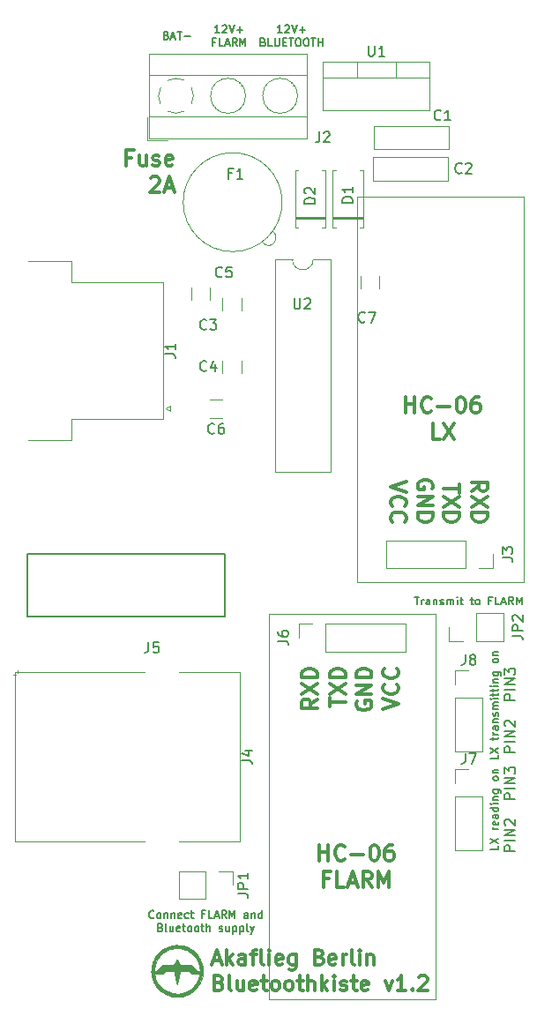
<source format=gto>
G04 #@! TF.GenerationSoftware,KiCad,Pcbnew,5.1.9*
G04 #@! TF.CreationDate,2021-01-14T22:06:05+01:00*
G04 #@! TF.ProjectId,bluetoothkiste,626c7565-746f-46f7-9468-6b697374652e,rev?*
G04 #@! TF.SameCoordinates,Original*
G04 #@! TF.FileFunction,Legend,Top*
G04 #@! TF.FilePolarity,Positive*
%FSLAX46Y46*%
G04 Gerber Fmt 4.6, Leading zero omitted, Abs format (unit mm)*
G04 Created by KiCad (PCBNEW 5.1.9) date 2021-01-14 22:06:05*
%MOMM*%
%LPD*%
G01*
G04 APERTURE LIST*
%ADD10C,0.150000*%
%ADD11C,0.120000*%
%ADD12C,0.300000*%
%ADD13C,0.010000*%
G04 APERTURE END LIST*
D10*
X199452380Y-92500000D02*
X198452380Y-92500000D01*
X198452380Y-92119047D01*
X198500000Y-92023809D01*
X198547619Y-91976190D01*
X198642857Y-91928571D01*
X198785714Y-91928571D01*
X198880952Y-91976190D01*
X198928571Y-92023809D01*
X198976190Y-92119047D01*
X198976190Y-92500000D01*
X199452380Y-91500000D02*
X198452380Y-91500000D01*
X199452380Y-91023809D02*
X198452380Y-91023809D01*
X199452380Y-90452380D01*
X198452380Y-90452380D01*
X198452380Y-90071428D02*
X198452380Y-89452380D01*
X198833333Y-89785714D01*
X198833333Y-89642857D01*
X198880952Y-89547619D01*
X198928571Y-89500000D01*
X199023809Y-89452380D01*
X199261904Y-89452380D01*
X199357142Y-89500000D01*
X199404761Y-89547619D01*
X199452380Y-89642857D01*
X199452380Y-89928571D01*
X199404761Y-90023809D01*
X199357142Y-90071428D01*
X199452380Y-97500000D02*
X198452380Y-97500000D01*
X198452380Y-97119047D01*
X198500000Y-97023809D01*
X198547619Y-96976190D01*
X198642857Y-96928571D01*
X198785714Y-96928571D01*
X198880952Y-96976190D01*
X198928571Y-97023809D01*
X198976190Y-97119047D01*
X198976190Y-97500000D01*
X199452380Y-96500000D02*
X198452380Y-96500000D01*
X199452380Y-96023809D02*
X198452380Y-96023809D01*
X199452380Y-95452380D01*
X198452380Y-95452380D01*
X198547619Y-95023809D02*
X198500000Y-94976190D01*
X198452380Y-94880952D01*
X198452380Y-94642857D01*
X198500000Y-94547619D01*
X198547619Y-94500000D01*
X198642857Y-94452380D01*
X198738095Y-94452380D01*
X198880952Y-94500000D01*
X199452380Y-95071428D01*
X199452380Y-94452380D01*
X199452380Y-83000000D02*
X198452380Y-83000000D01*
X198452380Y-82619047D01*
X198500000Y-82523809D01*
X198547619Y-82476190D01*
X198642857Y-82428571D01*
X198785714Y-82428571D01*
X198880952Y-82476190D01*
X198928571Y-82523809D01*
X198976190Y-82619047D01*
X198976190Y-83000000D01*
X199452380Y-82000000D02*
X198452380Y-82000000D01*
X199452380Y-81523809D02*
X198452380Y-81523809D01*
X199452380Y-80952380D01*
X198452380Y-80952380D01*
X198452380Y-80571428D02*
X198452380Y-79952380D01*
X198833333Y-80285714D01*
X198833333Y-80142857D01*
X198880952Y-80047619D01*
X198928571Y-80000000D01*
X199023809Y-79952380D01*
X199261904Y-79952380D01*
X199357142Y-80000000D01*
X199404761Y-80047619D01*
X199452380Y-80142857D01*
X199452380Y-80428571D01*
X199404761Y-80523809D01*
X199357142Y-80571428D01*
X199452380Y-88000000D02*
X198452380Y-88000000D01*
X198452380Y-87619047D01*
X198500000Y-87523809D01*
X198547619Y-87476190D01*
X198642857Y-87428571D01*
X198785714Y-87428571D01*
X198880952Y-87476190D01*
X198928571Y-87523809D01*
X198976190Y-87619047D01*
X198976190Y-88000000D01*
X199452380Y-87000000D02*
X198452380Y-87000000D01*
X199452380Y-86523809D02*
X198452380Y-86523809D01*
X199452380Y-85952380D01*
X198452380Y-85952380D01*
X198547619Y-85523809D02*
X198500000Y-85476190D01*
X198452380Y-85380952D01*
X198452380Y-85142857D01*
X198500000Y-85047619D01*
X198547619Y-85000000D01*
X198642857Y-84952380D01*
X198738095Y-84952380D01*
X198880952Y-85000000D01*
X199452380Y-85571428D01*
X199452380Y-84952380D01*
X197839285Y-96964285D02*
X197839285Y-97321428D01*
X197089285Y-97321428D01*
X197089285Y-96785714D02*
X197839285Y-96285714D01*
X197089285Y-96285714D02*
X197839285Y-96785714D01*
X197839285Y-95428571D02*
X197339285Y-95428571D01*
X197482142Y-95428571D02*
X197410714Y-95392857D01*
X197375000Y-95357142D01*
X197339285Y-95285714D01*
X197339285Y-95214285D01*
X197803571Y-94678571D02*
X197839285Y-94750000D01*
X197839285Y-94892857D01*
X197803571Y-94964285D01*
X197732142Y-95000000D01*
X197446428Y-95000000D01*
X197375000Y-94964285D01*
X197339285Y-94892857D01*
X197339285Y-94750000D01*
X197375000Y-94678571D01*
X197446428Y-94642857D01*
X197517857Y-94642857D01*
X197589285Y-95000000D01*
X197839285Y-94000000D02*
X197446428Y-94000000D01*
X197375000Y-94035714D01*
X197339285Y-94107142D01*
X197339285Y-94250000D01*
X197375000Y-94321428D01*
X197803571Y-94000000D02*
X197839285Y-94071428D01*
X197839285Y-94250000D01*
X197803571Y-94321428D01*
X197732142Y-94357142D01*
X197660714Y-94357142D01*
X197589285Y-94321428D01*
X197553571Y-94250000D01*
X197553571Y-94071428D01*
X197517857Y-94000000D01*
X197839285Y-93321428D02*
X197089285Y-93321428D01*
X197803571Y-93321428D02*
X197839285Y-93392857D01*
X197839285Y-93535714D01*
X197803571Y-93607142D01*
X197767857Y-93642857D01*
X197696428Y-93678571D01*
X197482142Y-93678571D01*
X197410714Y-93642857D01*
X197375000Y-93607142D01*
X197339285Y-93535714D01*
X197339285Y-93392857D01*
X197375000Y-93321428D01*
X197839285Y-92964285D02*
X197339285Y-92964285D01*
X197089285Y-92964285D02*
X197125000Y-93000000D01*
X197160714Y-92964285D01*
X197125000Y-92928571D01*
X197089285Y-92964285D01*
X197160714Y-92964285D01*
X197339285Y-92607142D02*
X197839285Y-92607142D01*
X197410714Y-92607142D02*
X197375000Y-92571428D01*
X197339285Y-92500000D01*
X197339285Y-92392857D01*
X197375000Y-92321428D01*
X197446428Y-92285714D01*
X197839285Y-92285714D01*
X197339285Y-91607142D02*
X197946428Y-91607142D01*
X198017857Y-91642857D01*
X198053571Y-91678571D01*
X198089285Y-91750000D01*
X198089285Y-91857142D01*
X198053571Y-91928571D01*
X197803571Y-91607142D02*
X197839285Y-91678571D01*
X197839285Y-91821428D01*
X197803571Y-91892857D01*
X197767857Y-91928571D01*
X197696428Y-91964285D01*
X197482142Y-91964285D01*
X197410714Y-91928571D01*
X197375000Y-91892857D01*
X197339285Y-91821428D01*
X197339285Y-91678571D01*
X197375000Y-91607142D01*
X197839285Y-90571428D02*
X197803571Y-90642857D01*
X197767857Y-90678571D01*
X197696428Y-90714285D01*
X197482142Y-90714285D01*
X197410714Y-90678571D01*
X197375000Y-90642857D01*
X197339285Y-90571428D01*
X197339285Y-90464285D01*
X197375000Y-90392857D01*
X197410714Y-90357142D01*
X197482142Y-90321428D01*
X197696428Y-90321428D01*
X197767857Y-90357142D01*
X197803571Y-90392857D01*
X197839285Y-90464285D01*
X197839285Y-90571428D01*
X197339285Y-90000000D02*
X197839285Y-90000000D01*
X197410714Y-90000000D02*
X197375000Y-89964285D01*
X197339285Y-89892857D01*
X197339285Y-89785714D01*
X197375000Y-89714285D01*
X197446428Y-89678571D01*
X197839285Y-89678571D01*
X197839285Y-88267857D02*
X197839285Y-88625000D01*
X197089285Y-88625000D01*
X197089285Y-88089285D02*
X197839285Y-87589285D01*
X197089285Y-87589285D02*
X197839285Y-88089285D01*
X197339285Y-86839285D02*
X197339285Y-86553571D01*
X197089285Y-86732142D02*
X197732142Y-86732142D01*
X197803571Y-86696428D01*
X197839285Y-86625000D01*
X197839285Y-86553571D01*
X197839285Y-86303571D02*
X197339285Y-86303571D01*
X197482142Y-86303571D02*
X197410714Y-86267857D01*
X197375000Y-86232142D01*
X197339285Y-86160714D01*
X197339285Y-86089285D01*
X197839285Y-85517857D02*
X197446428Y-85517857D01*
X197375000Y-85553571D01*
X197339285Y-85625000D01*
X197339285Y-85767857D01*
X197375000Y-85839285D01*
X197803571Y-85517857D02*
X197839285Y-85589285D01*
X197839285Y-85767857D01*
X197803571Y-85839285D01*
X197732142Y-85875000D01*
X197660714Y-85875000D01*
X197589285Y-85839285D01*
X197553571Y-85767857D01*
X197553571Y-85589285D01*
X197517857Y-85517857D01*
X197339285Y-85160714D02*
X197839285Y-85160714D01*
X197410714Y-85160714D02*
X197375000Y-85125000D01*
X197339285Y-85053571D01*
X197339285Y-84946428D01*
X197375000Y-84875000D01*
X197446428Y-84839285D01*
X197839285Y-84839285D01*
X197803571Y-84517857D02*
X197839285Y-84446428D01*
X197839285Y-84303571D01*
X197803571Y-84232142D01*
X197732142Y-84196428D01*
X197696428Y-84196428D01*
X197625000Y-84232142D01*
X197589285Y-84303571D01*
X197589285Y-84410714D01*
X197553571Y-84482142D01*
X197482142Y-84517857D01*
X197446428Y-84517857D01*
X197375000Y-84482142D01*
X197339285Y-84410714D01*
X197339285Y-84303571D01*
X197375000Y-84232142D01*
X197839285Y-83875000D02*
X197339285Y-83875000D01*
X197410714Y-83875000D02*
X197375000Y-83839285D01*
X197339285Y-83767857D01*
X197339285Y-83660714D01*
X197375000Y-83589285D01*
X197446428Y-83553571D01*
X197839285Y-83553571D01*
X197446428Y-83553571D02*
X197375000Y-83517857D01*
X197339285Y-83446428D01*
X197339285Y-83339285D01*
X197375000Y-83267857D01*
X197446428Y-83232142D01*
X197839285Y-83232142D01*
X197839285Y-82875000D02*
X197339285Y-82875000D01*
X197089285Y-82875000D02*
X197125000Y-82910714D01*
X197160714Y-82875000D01*
X197125000Y-82839285D01*
X197089285Y-82875000D01*
X197160714Y-82875000D01*
X197339285Y-82625000D02*
X197339285Y-82339285D01*
X197089285Y-82517857D02*
X197732142Y-82517857D01*
X197803571Y-82482142D01*
X197839285Y-82410714D01*
X197839285Y-82339285D01*
X197339285Y-82196428D02*
X197339285Y-81910714D01*
X197089285Y-82089285D02*
X197732142Y-82089285D01*
X197803571Y-82053571D01*
X197839285Y-81982142D01*
X197839285Y-81910714D01*
X197839285Y-81660714D02*
X197339285Y-81660714D01*
X197089285Y-81660714D02*
X197125000Y-81696428D01*
X197160714Y-81660714D01*
X197125000Y-81625000D01*
X197089285Y-81660714D01*
X197160714Y-81660714D01*
X197339285Y-81303571D02*
X197839285Y-81303571D01*
X197410714Y-81303571D02*
X197375000Y-81267857D01*
X197339285Y-81196428D01*
X197339285Y-81089285D01*
X197375000Y-81017857D01*
X197446428Y-80982142D01*
X197839285Y-80982142D01*
X197339285Y-80303571D02*
X197946428Y-80303571D01*
X198017857Y-80339285D01*
X198053571Y-80375000D01*
X198089285Y-80446428D01*
X198089285Y-80553571D01*
X198053571Y-80625000D01*
X197803571Y-80303571D02*
X197839285Y-80375000D01*
X197839285Y-80517857D01*
X197803571Y-80589285D01*
X197767857Y-80625000D01*
X197696428Y-80660714D01*
X197482142Y-80660714D01*
X197410714Y-80625000D01*
X197375000Y-80589285D01*
X197339285Y-80517857D01*
X197339285Y-80375000D01*
X197375000Y-80303571D01*
X197839285Y-79267857D02*
X197803571Y-79339285D01*
X197767857Y-79375000D01*
X197696428Y-79410714D01*
X197482142Y-79410714D01*
X197410714Y-79375000D01*
X197375000Y-79339285D01*
X197339285Y-79267857D01*
X197339285Y-79160714D01*
X197375000Y-79089285D01*
X197410714Y-79053571D01*
X197482142Y-79017857D01*
X197696428Y-79017857D01*
X197767857Y-79053571D01*
X197803571Y-79089285D01*
X197839285Y-79160714D01*
X197839285Y-79267857D01*
X197339285Y-78696428D02*
X197839285Y-78696428D01*
X197410714Y-78696428D02*
X197375000Y-78660714D01*
X197339285Y-78589285D01*
X197339285Y-78482142D01*
X197375000Y-78410714D01*
X197446428Y-78375000D01*
X197839285Y-78375000D01*
X189803571Y-73089285D02*
X190232142Y-73089285D01*
X190017857Y-73839285D02*
X190017857Y-73089285D01*
X190482142Y-73839285D02*
X190482142Y-73339285D01*
X190482142Y-73482142D02*
X190517857Y-73410714D01*
X190553571Y-73375000D01*
X190625000Y-73339285D01*
X190696428Y-73339285D01*
X191267857Y-73839285D02*
X191267857Y-73446428D01*
X191232142Y-73375000D01*
X191160714Y-73339285D01*
X191017857Y-73339285D01*
X190946428Y-73375000D01*
X191267857Y-73803571D02*
X191196428Y-73839285D01*
X191017857Y-73839285D01*
X190946428Y-73803571D01*
X190910714Y-73732142D01*
X190910714Y-73660714D01*
X190946428Y-73589285D01*
X191017857Y-73553571D01*
X191196428Y-73553571D01*
X191267857Y-73517857D01*
X191625000Y-73339285D02*
X191625000Y-73839285D01*
X191625000Y-73410714D02*
X191660714Y-73375000D01*
X191732142Y-73339285D01*
X191839285Y-73339285D01*
X191910714Y-73375000D01*
X191946428Y-73446428D01*
X191946428Y-73839285D01*
X192267857Y-73803571D02*
X192339285Y-73839285D01*
X192482142Y-73839285D01*
X192553571Y-73803571D01*
X192589285Y-73732142D01*
X192589285Y-73696428D01*
X192553571Y-73625000D01*
X192482142Y-73589285D01*
X192375000Y-73589285D01*
X192303571Y-73553571D01*
X192267857Y-73482142D01*
X192267857Y-73446428D01*
X192303571Y-73375000D01*
X192375000Y-73339285D01*
X192482142Y-73339285D01*
X192553571Y-73375000D01*
X192910714Y-73839285D02*
X192910714Y-73339285D01*
X192910714Y-73410714D02*
X192946428Y-73375000D01*
X193017857Y-73339285D01*
X193125000Y-73339285D01*
X193196428Y-73375000D01*
X193232142Y-73446428D01*
X193232142Y-73839285D01*
X193232142Y-73446428D02*
X193267857Y-73375000D01*
X193339285Y-73339285D01*
X193446428Y-73339285D01*
X193517857Y-73375000D01*
X193553571Y-73446428D01*
X193553571Y-73839285D01*
X193910714Y-73839285D02*
X193910714Y-73339285D01*
X193910714Y-73089285D02*
X193875000Y-73125000D01*
X193910714Y-73160714D01*
X193946428Y-73125000D01*
X193910714Y-73089285D01*
X193910714Y-73160714D01*
X194160714Y-73339285D02*
X194446428Y-73339285D01*
X194267857Y-73089285D02*
X194267857Y-73732142D01*
X194303571Y-73803571D01*
X194375000Y-73839285D01*
X194446428Y-73839285D01*
X195160714Y-73339285D02*
X195446428Y-73339285D01*
X195267857Y-73089285D02*
X195267857Y-73732142D01*
X195303571Y-73803571D01*
X195375000Y-73839285D01*
X195446428Y-73839285D01*
X195803571Y-73839285D02*
X195732142Y-73803571D01*
X195696428Y-73767857D01*
X195660714Y-73696428D01*
X195660714Y-73482142D01*
X195696428Y-73410714D01*
X195732142Y-73375000D01*
X195803571Y-73339285D01*
X195910714Y-73339285D01*
X195982142Y-73375000D01*
X196017857Y-73410714D01*
X196053571Y-73482142D01*
X196053571Y-73696428D01*
X196017857Y-73767857D01*
X195982142Y-73803571D01*
X195910714Y-73839285D01*
X195803571Y-73839285D01*
X197196428Y-73446428D02*
X196946428Y-73446428D01*
X196946428Y-73839285D02*
X196946428Y-73089285D01*
X197303571Y-73089285D01*
X197946428Y-73839285D02*
X197589285Y-73839285D01*
X197589285Y-73089285D01*
X198160714Y-73625000D02*
X198517857Y-73625000D01*
X198089285Y-73839285D02*
X198339285Y-73089285D01*
X198589285Y-73839285D01*
X199267857Y-73839285D02*
X199017857Y-73482142D01*
X198839285Y-73839285D02*
X198839285Y-73089285D01*
X199125000Y-73089285D01*
X199196428Y-73125000D01*
X199232142Y-73160714D01*
X199267857Y-73232142D01*
X199267857Y-73339285D01*
X199232142Y-73410714D01*
X199196428Y-73446428D01*
X199125000Y-73482142D01*
X198839285Y-73482142D01*
X199589285Y-73839285D02*
X199589285Y-73089285D01*
X199839285Y-73625000D01*
X200089285Y-73089285D01*
X200089285Y-73839285D01*
D11*
X200300000Y-71700000D02*
X184300000Y-71700000D01*
X184300000Y-71700000D02*
X184300000Y-34700000D01*
X184300000Y-34700000D02*
X200300000Y-34700000D01*
X200300000Y-34700000D02*
X200300000Y-71700000D01*
D10*
X164767857Y-103880357D02*
X164732142Y-103916071D01*
X164625000Y-103951785D01*
X164553571Y-103951785D01*
X164446428Y-103916071D01*
X164375000Y-103844642D01*
X164339285Y-103773214D01*
X164303571Y-103630357D01*
X164303571Y-103523214D01*
X164339285Y-103380357D01*
X164375000Y-103308928D01*
X164446428Y-103237500D01*
X164553571Y-103201785D01*
X164625000Y-103201785D01*
X164732142Y-103237500D01*
X164767857Y-103273214D01*
X165196428Y-103951785D02*
X165125000Y-103916071D01*
X165089285Y-103880357D01*
X165053571Y-103808928D01*
X165053571Y-103594642D01*
X165089285Y-103523214D01*
X165125000Y-103487500D01*
X165196428Y-103451785D01*
X165303571Y-103451785D01*
X165375000Y-103487500D01*
X165410714Y-103523214D01*
X165446428Y-103594642D01*
X165446428Y-103808928D01*
X165410714Y-103880357D01*
X165375000Y-103916071D01*
X165303571Y-103951785D01*
X165196428Y-103951785D01*
X165767857Y-103451785D02*
X165767857Y-103951785D01*
X165767857Y-103523214D02*
X165803571Y-103487500D01*
X165875000Y-103451785D01*
X165982142Y-103451785D01*
X166053571Y-103487500D01*
X166089285Y-103558928D01*
X166089285Y-103951785D01*
X166446428Y-103451785D02*
X166446428Y-103951785D01*
X166446428Y-103523214D02*
X166482142Y-103487500D01*
X166553571Y-103451785D01*
X166660714Y-103451785D01*
X166732142Y-103487500D01*
X166767857Y-103558928D01*
X166767857Y-103951785D01*
X167410714Y-103916071D02*
X167339285Y-103951785D01*
X167196428Y-103951785D01*
X167125000Y-103916071D01*
X167089285Y-103844642D01*
X167089285Y-103558928D01*
X167125000Y-103487500D01*
X167196428Y-103451785D01*
X167339285Y-103451785D01*
X167410714Y-103487500D01*
X167446428Y-103558928D01*
X167446428Y-103630357D01*
X167089285Y-103701785D01*
X168089285Y-103916071D02*
X168017857Y-103951785D01*
X167875000Y-103951785D01*
X167803571Y-103916071D01*
X167767857Y-103880357D01*
X167732142Y-103808928D01*
X167732142Y-103594642D01*
X167767857Y-103523214D01*
X167803571Y-103487500D01*
X167875000Y-103451785D01*
X168017857Y-103451785D01*
X168089285Y-103487500D01*
X168303571Y-103451785D02*
X168589285Y-103451785D01*
X168410714Y-103201785D02*
X168410714Y-103844642D01*
X168446428Y-103916071D01*
X168517857Y-103951785D01*
X168589285Y-103951785D01*
X169660714Y-103558928D02*
X169410714Y-103558928D01*
X169410714Y-103951785D02*
X169410714Y-103201785D01*
X169767857Y-103201785D01*
X170410714Y-103951785D02*
X170053571Y-103951785D01*
X170053571Y-103201785D01*
X170625000Y-103737500D02*
X170982142Y-103737500D01*
X170553571Y-103951785D02*
X170803571Y-103201785D01*
X171053571Y-103951785D01*
X171732142Y-103951785D02*
X171482142Y-103594642D01*
X171303571Y-103951785D02*
X171303571Y-103201785D01*
X171589285Y-103201785D01*
X171660714Y-103237500D01*
X171696428Y-103273214D01*
X171732142Y-103344642D01*
X171732142Y-103451785D01*
X171696428Y-103523214D01*
X171660714Y-103558928D01*
X171589285Y-103594642D01*
X171303571Y-103594642D01*
X172053571Y-103951785D02*
X172053571Y-103201785D01*
X172303571Y-103737500D01*
X172553571Y-103201785D01*
X172553571Y-103951785D01*
X173803571Y-103951785D02*
X173803571Y-103558928D01*
X173767857Y-103487500D01*
X173696428Y-103451785D01*
X173553571Y-103451785D01*
X173482142Y-103487500D01*
X173803571Y-103916071D02*
X173732142Y-103951785D01*
X173553571Y-103951785D01*
X173482142Y-103916071D01*
X173446428Y-103844642D01*
X173446428Y-103773214D01*
X173482142Y-103701785D01*
X173553571Y-103666071D01*
X173732142Y-103666071D01*
X173803571Y-103630357D01*
X174160714Y-103451785D02*
X174160714Y-103951785D01*
X174160714Y-103523214D02*
X174196428Y-103487500D01*
X174267857Y-103451785D01*
X174375000Y-103451785D01*
X174446428Y-103487500D01*
X174482142Y-103558928D01*
X174482142Y-103951785D01*
X175160714Y-103951785D02*
X175160714Y-103201785D01*
X175160714Y-103916071D02*
X175089285Y-103951785D01*
X174946428Y-103951785D01*
X174875000Y-103916071D01*
X174839285Y-103880357D01*
X174803571Y-103808928D01*
X174803571Y-103594642D01*
X174839285Y-103523214D01*
X174875000Y-103487500D01*
X174946428Y-103451785D01*
X175089285Y-103451785D01*
X175160714Y-103487500D01*
X165410714Y-104833928D02*
X165517857Y-104869642D01*
X165553571Y-104905357D01*
X165589285Y-104976785D01*
X165589285Y-105083928D01*
X165553571Y-105155357D01*
X165517857Y-105191071D01*
X165446428Y-105226785D01*
X165160714Y-105226785D01*
X165160714Y-104476785D01*
X165410714Y-104476785D01*
X165482142Y-104512500D01*
X165517857Y-104548214D01*
X165553571Y-104619642D01*
X165553571Y-104691071D01*
X165517857Y-104762500D01*
X165482142Y-104798214D01*
X165410714Y-104833928D01*
X165160714Y-104833928D01*
X166017857Y-105226785D02*
X165946428Y-105191071D01*
X165910714Y-105119642D01*
X165910714Y-104476785D01*
X166625000Y-104726785D02*
X166625000Y-105226785D01*
X166303571Y-104726785D02*
X166303571Y-105119642D01*
X166339285Y-105191071D01*
X166410714Y-105226785D01*
X166517857Y-105226785D01*
X166589285Y-105191071D01*
X166625000Y-105155357D01*
X167267857Y-105191071D02*
X167196428Y-105226785D01*
X167053571Y-105226785D01*
X166982142Y-105191071D01*
X166946428Y-105119642D01*
X166946428Y-104833928D01*
X166982142Y-104762500D01*
X167053571Y-104726785D01*
X167196428Y-104726785D01*
X167267857Y-104762500D01*
X167303571Y-104833928D01*
X167303571Y-104905357D01*
X166946428Y-104976785D01*
X167517857Y-104726785D02*
X167803571Y-104726785D01*
X167625000Y-104476785D02*
X167625000Y-105119642D01*
X167660714Y-105191071D01*
X167732142Y-105226785D01*
X167803571Y-105226785D01*
X168160714Y-105226785D02*
X168089285Y-105191071D01*
X168053571Y-105155357D01*
X168017857Y-105083928D01*
X168017857Y-104869642D01*
X168053571Y-104798214D01*
X168089285Y-104762500D01*
X168160714Y-104726785D01*
X168267857Y-104726785D01*
X168339285Y-104762500D01*
X168375000Y-104798214D01*
X168410714Y-104869642D01*
X168410714Y-105083928D01*
X168375000Y-105155357D01*
X168339285Y-105191071D01*
X168267857Y-105226785D01*
X168160714Y-105226785D01*
X168839285Y-105226785D02*
X168767857Y-105191071D01*
X168732142Y-105155357D01*
X168696428Y-105083928D01*
X168696428Y-104869642D01*
X168732142Y-104798214D01*
X168767857Y-104762500D01*
X168839285Y-104726785D01*
X168946428Y-104726785D01*
X169017857Y-104762500D01*
X169053571Y-104798214D01*
X169089285Y-104869642D01*
X169089285Y-105083928D01*
X169053571Y-105155357D01*
X169017857Y-105191071D01*
X168946428Y-105226785D01*
X168839285Y-105226785D01*
X169303571Y-104726785D02*
X169589285Y-104726785D01*
X169410714Y-104476785D02*
X169410714Y-105119642D01*
X169446428Y-105191071D01*
X169517857Y-105226785D01*
X169589285Y-105226785D01*
X169839285Y-105226785D02*
X169839285Y-104476785D01*
X170160714Y-105226785D02*
X170160714Y-104833928D01*
X170125000Y-104762500D01*
X170053571Y-104726785D01*
X169946428Y-104726785D01*
X169875000Y-104762500D01*
X169839285Y-104798214D01*
X171053571Y-105191071D02*
X171125000Y-105226785D01*
X171267857Y-105226785D01*
X171339285Y-105191071D01*
X171375000Y-105119642D01*
X171375000Y-105083928D01*
X171339285Y-105012500D01*
X171267857Y-104976785D01*
X171160714Y-104976785D01*
X171089285Y-104941071D01*
X171053571Y-104869642D01*
X171053571Y-104833928D01*
X171089285Y-104762500D01*
X171160714Y-104726785D01*
X171267857Y-104726785D01*
X171339285Y-104762500D01*
X172017857Y-104726785D02*
X172017857Y-105226785D01*
X171696428Y-104726785D02*
X171696428Y-105119642D01*
X171732142Y-105191071D01*
X171803571Y-105226785D01*
X171910714Y-105226785D01*
X171982142Y-105191071D01*
X172017857Y-105155357D01*
X172375000Y-104726785D02*
X172375000Y-105476785D01*
X172375000Y-104762500D02*
X172446428Y-104726785D01*
X172589285Y-104726785D01*
X172660714Y-104762500D01*
X172696428Y-104798214D01*
X172732142Y-104869642D01*
X172732142Y-105083928D01*
X172696428Y-105155357D01*
X172660714Y-105191071D01*
X172589285Y-105226785D01*
X172446428Y-105226785D01*
X172375000Y-105191071D01*
X173053571Y-104726785D02*
X173053571Y-105476785D01*
X173053571Y-104762500D02*
X173125000Y-104726785D01*
X173267857Y-104726785D01*
X173339285Y-104762500D01*
X173375000Y-104798214D01*
X173410714Y-104869642D01*
X173410714Y-105083928D01*
X173375000Y-105155357D01*
X173339285Y-105191071D01*
X173267857Y-105226785D01*
X173125000Y-105226785D01*
X173053571Y-105191071D01*
X173839285Y-105226785D02*
X173767857Y-105191071D01*
X173732142Y-105119642D01*
X173732142Y-104476785D01*
X174053571Y-104726785D02*
X174232142Y-105226785D01*
X174410714Y-104726785D02*
X174232142Y-105226785D01*
X174160714Y-105405357D01*
X174125000Y-105441071D01*
X174053571Y-105476785D01*
X165982142Y-19196428D02*
X166089285Y-19232142D01*
X166125000Y-19267857D01*
X166160714Y-19339285D01*
X166160714Y-19446428D01*
X166125000Y-19517857D01*
X166089285Y-19553571D01*
X166017857Y-19589285D01*
X165732142Y-19589285D01*
X165732142Y-18839285D01*
X165982142Y-18839285D01*
X166053571Y-18875000D01*
X166089285Y-18910714D01*
X166125000Y-18982142D01*
X166125000Y-19053571D01*
X166089285Y-19125000D01*
X166053571Y-19160714D01*
X165982142Y-19196428D01*
X165732142Y-19196428D01*
X166446428Y-19375000D02*
X166803571Y-19375000D01*
X166375000Y-19589285D02*
X166625000Y-18839285D01*
X166875000Y-19589285D01*
X167017857Y-18839285D02*
X167446428Y-18839285D01*
X167232142Y-19589285D02*
X167232142Y-18839285D01*
X167696428Y-19303571D02*
X168267857Y-19303571D01*
X177071428Y-18951785D02*
X176642857Y-18951785D01*
X176857142Y-18951785D02*
X176857142Y-18201785D01*
X176785714Y-18308928D01*
X176714285Y-18380357D01*
X176642857Y-18416071D01*
X177357142Y-18273214D02*
X177392857Y-18237500D01*
X177464285Y-18201785D01*
X177642857Y-18201785D01*
X177714285Y-18237500D01*
X177750000Y-18273214D01*
X177785714Y-18344642D01*
X177785714Y-18416071D01*
X177750000Y-18523214D01*
X177321428Y-18951785D01*
X177785714Y-18951785D01*
X178000000Y-18201785D02*
X178250000Y-18951785D01*
X178500000Y-18201785D01*
X178750000Y-18666071D02*
X179321428Y-18666071D01*
X179035714Y-18951785D02*
X179035714Y-18380357D01*
X175267857Y-19833928D02*
X175375000Y-19869642D01*
X175410714Y-19905357D01*
X175446428Y-19976785D01*
X175446428Y-20083928D01*
X175410714Y-20155357D01*
X175375000Y-20191071D01*
X175303571Y-20226785D01*
X175017857Y-20226785D01*
X175017857Y-19476785D01*
X175267857Y-19476785D01*
X175339285Y-19512500D01*
X175375000Y-19548214D01*
X175410714Y-19619642D01*
X175410714Y-19691071D01*
X175375000Y-19762500D01*
X175339285Y-19798214D01*
X175267857Y-19833928D01*
X175017857Y-19833928D01*
X176125000Y-20226785D02*
X175767857Y-20226785D01*
X175767857Y-19476785D01*
X176375000Y-19476785D02*
X176375000Y-20083928D01*
X176410714Y-20155357D01*
X176446428Y-20191071D01*
X176517857Y-20226785D01*
X176660714Y-20226785D01*
X176732142Y-20191071D01*
X176767857Y-20155357D01*
X176803571Y-20083928D01*
X176803571Y-19476785D01*
X177160714Y-19833928D02*
X177410714Y-19833928D01*
X177517857Y-20226785D02*
X177160714Y-20226785D01*
X177160714Y-19476785D01*
X177517857Y-19476785D01*
X177732142Y-19476785D02*
X178160714Y-19476785D01*
X177946428Y-20226785D02*
X177946428Y-19476785D01*
X178553571Y-19476785D02*
X178696428Y-19476785D01*
X178767857Y-19512500D01*
X178839285Y-19583928D01*
X178875000Y-19726785D01*
X178875000Y-19976785D01*
X178839285Y-20119642D01*
X178767857Y-20191071D01*
X178696428Y-20226785D01*
X178553571Y-20226785D01*
X178482142Y-20191071D01*
X178410714Y-20119642D01*
X178375000Y-19976785D01*
X178375000Y-19726785D01*
X178410714Y-19583928D01*
X178482142Y-19512500D01*
X178553571Y-19476785D01*
X179339285Y-19476785D02*
X179482142Y-19476785D01*
X179553571Y-19512500D01*
X179625000Y-19583928D01*
X179660714Y-19726785D01*
X179660714Y-19976785D01*
X179625000Y-20119642D01*
X179553571Y-20191071D01*
X179482142Y-20226785D01*
X179339285Y-20226785D01*
X179267857Y-20191071D01*
X179196428Y-20119642D01*
X179160714Y-19976785D01*
X179160714Y-19726785D01*
X179196428Y-19583928D01*
X179267857Y-19512500D01*
X179339285Y-19476785D01*
X179875000Y-19476785D02*
X180303571Y-19476785D01*
X180089285Y-20226785D02*
X180089285Y-19476785D01*
X180553571Y-20226785D02*
X180553571Y-19476785D01*
X180553571Y-19833928D02*
X180982142Y-19833928D01*
X180982142Y-20226785D02*
X180982142Y-19476785D01*
D12*
X189001428Y-62032142D02*
X187501428Y-62532142D01*
X189001428Y-63032142D01*
X187644285Y-64389285D02*
X187572857Y-64317857D01*
X187501428Y-64103571D01*
X187501428Y-63960714D01*
X187572857Y-63746428D01*
X187715714Y-63603571D01*
X187858571Y-63532142D01*
X188144285Y-63460714D01*
X188358571Y-63460714D01*
X188644285Y-63532142D01*
X188787142Y-63603571D01*
X188930000Y-63746428D01*
X189001428Y-63960714D01*
X189001428Y-64103571D01*
X188930000Y-64317857D01*
X188858571Y-64389285D01*
X187644285Y-65889285D02*
X187572857Y-65817857D01*
X187501428Y-65603571D01*
X187501428Y-65460714D01*
X187572857Y-65246428D01*
X187715714Y-65103571D01*
X187858571Y-65032142D01*
X188144285Y-64960714D01*
X188358571Y-64960714D01*
X188644285Y-65032142D01*
X188787142Y-65103571D01*
X188930000Y-65246428D01*
X189001428Y-65460714D01*
X189001428Y-65603571D01*
X188930000Y-65817857D01*
X188858571Y-65889285D01*
X195301428Y-62960714D02*
X196015714Y-62460714D01*
X195301428Y-62103571D02*
X196801428Y-62103571D01*
X196801428Y-62675000D01*
X196730000Y-62817857D01*
X196658571Y-62889285D01*
X196515714Y-62960714D01*
X196301428Y-62960714D01*
X196158571Y-62889285D01*
X196087142Y-62817857D01*
X196015714Y-62675000D01*
X196015714Y-62103571D01*
X196801428Y-63460714D02*
X195301428Y-64460714D01*
X196801428Y-64460714D02*
X195301428Y-63460714D01*
X195301428Y-65032142D02*
X196801428Y-65032142D01*
X196801428Y-65389285D01*
X196730000Y-65603571D01*
X196587142Y-65746428D01*
X196444285Y-65817857D01*
X196158571Y-65889285D01*
X195944285Y-65889285D01*
X195658571Y-65817857D01*
X195515714Y-65746428D01*
X195372857Y-65603571D01*
X195301428Y-65389285D01*
X195301428Y-65032142D01*
X194101428Y-62246428D02*
X194101428Y-63103571D01*
X192601428Y-62675000D02*
X194101428Y-62675000D01*
X194101428Y-63460714D02*
X192601428Y-64460714D01*
X194101428Y-64460714D02*
X192601428Y-63460714D01*
X192601428Y-65032142D02*
X194101428Y-65032142D01*
X194101428Y-65389285D01*
X194030000Y-65603571D01*
X193887142Y-65746428D01*
X193744285Y-65817857D01*
X193458571Y-65889285D01*
X193244285Y-65889285D01*
X192958571Y-65817857D01*
X192815714Y-65746428D01*
X192672857Y-65603571D01*
X192601428Y-65389285D01*
X192601428Y-65032142D01*
X191530000Y-62746428D02*
X191601428Y-62603571D01*
X191601428Y-62389285D01*
X191530000Y-62175000D01*
X191387142Y-62032142D01*
X191244285Y-61960714D01*
X190958571Y-61889285D01*
X190744285Y-61889285D01*
X190458571Y-61960714D01*
X190315714Y-62032142D01*
X190172857Y-62175000D01*
X190101428Y-62389285D01*
X190101428Y-62532142D01*
X190172857Y-62746428D01*
X190244285Y-62817857D01*
X190744285Y-62817857D01*
X190744285Y-62532142D01*
X190101428Y-63460714D02*
X191601428Y-63460714D01*
X190101428Y-64317857D01*
X191601428Y-64317857D01*
X190101428Y-65032142D02*
X191601428Y-65032142D01*
X191601428Y-65389285D01*
X191530000Y-65603571D01*
X191387142Y-65746428D01*
X191244285Y-65817857D01*
X190958571Y-65889285D01*
X190744285Y-65889285D01*
X190458571Y-65817857D01*
X190315714Y-65746428D01*
X190172857Y-65603571D01*
X190101428Y-65389285D01*
X190101428Y-65032142D01*
X188964285Y-55403571D02*
X188964285Y-53903571D01*
X188964285Y-54617857D02*
X189821428Y-54617857D01*
X189821428Y-55403571D02*
X189821428Y-53903571D01*
X191392857Y-55260714D02*
X191321428Y-55332142D01*
X191107142Y-55403571D01*
X190964285Y-55403571D01*
X190750000Y-55332142D01*
X190607142Y-55189285D01*
X190535714Y-55046428D01*
X190464285Y-54760714D01*
X190464285Y-54546428D01*
X190535714Y-54260714D01*
X190607142Y-54117857D01*
X190750000Y-53975000D01*
X190964285Y-53903571D01*
X191107142Y-53903571D01*
X191321428Y-53975000D01*
X191392857Y-54046428D01*
X192035714Y-54832142D02*
X193178571Y-54832142D01*
X194178571Y-53903571D02*
X194321428Y-53903571D01*
X194464285Y-53975000D01*
X194535714Y-54046428D01*
X194607142Y-54189285D01*
X194678571Y-54475000D01*
X194678571Y-54832142D01*
X194607142Y-55117857D01*
X194535714Y-55260714D01*
X194464285Y-55332142D01*
X194321428Y-55403571D01*
X194178571Y-55403571D01*
X194035714Y-55332142D01*
X193964285Y-55260714D01*
X193892857Y-55117857D01*
X193821428Y-54832142D01*
X193821428Y-54475000D01*
X193892857Y-54189285D01*
X193964285Y-54046428D01*
X194035714Y-53975000D01*
X194178571Y-53903571D01*
X195964285Y-53903571D02*
X195678571Y-53903571D01*
X195535714Y-53975000D01*
X195464285Y-54046428D01*
X195321428Y-54260714D01*
X195250000Y-54546428D01*
X195250000Y-55117857D01*
X195321428Y-55260714D01*
X195392857Y-55332142D01*
X195535714Y-55403571D01*
X195821428Y-55403571D01*
X195964285Y-55332142D01*
X196035714Y-55260714D01*
X196107142Y-55117857D01*
X196107142Y-54760714D01*
X196035714Y-54617857D01*
X195964285Y-54546428D01*
X195821428Y-54475000D01*
X195535714Y-54475000D01*
X195392857Y-54546428D01*
X195321428Y-54617857D01*
X195250000Y-54760714D01*
X192250000Y-57953571D02*
X191535714Y-57953571D01*
X191535714Y-56453571D01*
X192607142Y-56453571D02*
X193607142Y-57953571D01*
X193607142Y-56453571D02*
X192607142Y-57953571D01*
X162619285Y-30917857D02*
X162119285Y-30917857D01*
X162119285Y-31703571D02*
X162119285Y-30203571D01*
X162833571Y-30203571D01*
X164047857Y-30703571D02*
X164047857Y-31703571D01*
X163405000Y-30703571D02*
X163405000Y-31489285D01*
X163476428Y-31632142D01*
X163619285Y-31703571D01*
X163833571Y-31703571D01*
X163976428Y-31632142D01*
X164047857Y-31560714D01*
X164690714Y-31632142D02*
X164833571Y-31703571D01*
X165119285Y-31703571D01*
X165262142Y-31632142D01*
X165333571Y-31489285D01*
X165333571Y-31417857D01*
X165262142Y-31275000D01*
X165119285Y-31203571D01*
X164905000Y-31203571D01*
X164762142Y-31132142D01*
X164690714Y-30989285D01*
X164690714Y-30917857D01*
X164762142Y-30775000D01*
X164905000Y-30703571D01*
X165119285Y-30703571D01*
X165262142Y-30775000D01*
X166547857Y-31632142D02*
X166405000Y-31703571D01*
X166119285Y-31703571D01*
X165976428Y-31632142D01*
X165905000Y-31489285D01*
X165905000Y-30917857D01*
X165976428Y-30775000D01*
X166119285Y-30703571D01*
X166405000Y-30703571D01*
X166547857Y-30775000D01*
X166619285Y-30917857D01*
X166619285Y-31060714D01*
X165905000Y-31203571D01*
X164476428Y-32896428D02*
X164547857Y-32825000D01*
X164690714Y-32753571D01*
X165047857Y-32753571D01*
X165190714Y-32825000D01*
X165262142Y-32896428D01*
X165333571Y-33039285D01*
X165333571Y-33182142D01*
X165262142Y-33396428D01*
X164405000Y-34253571D01*
X165333571Y-34253571D01*
X165905000Y-33825000D02*
X166619285Y-33825000D01*
X165762142Y-34253571D02*
X166262142Y-32753571D01*
X166762142Y-34253571D01*
D10*
X171071428Y-18951785D02*
X170642857Y-18951785D01*
X170857142Y-18951785D02*
X170857142Y-18201785D01*
X170785714Y-18308928D01*
X170714285Y-18380357D01*
X170642857Y-18416071D01*
X171357142Y-18273214D02*
X171392857Y-18237500D01*
X171464285Y-18201785D01*
X171642857Y-18201785D01*
X171714285Y-18237500D01*
X171750000Y-18273214D01*
X171785714Y-18344642D01*
X171785714Y-18416071D01*
X171750000Y-18523214D01*
X171321428Y-18951785D01*
X171785714Y-18951785D01*
X172000000Y-18201785D02*
X172250000Y-18951785D01*
X172500000Y-18201785D01*
X172750000Y-18666071D02*
X173321428Y-18666071D01*
X173035714Y-18951785D02*
X173035714Y-18380357D01*
X170678571Y-19833928D02*
X170428571Y-19833928D01*
X170428571Y-20226785D02*
X170428571Y-19476785D01*
X170785714Y-19476785D01*
X171428571Y-20226785D02*
X171071428Y-20226785D01*
X171071428Y-19476785D01*
X171642857Y-20012500D02*
X172000000Y-20012500D01*
X171571428Y-20226785D02*
X171821428Y-19476785D01*
X172071428Y-20226785D01*
X172750000Y-20226785D02*
X172500000Y-19869642D01*
X172321428Y-20226785D02*
X172321428Y-19476785D01*
X172607142Y-19476785D01*
X172678571Y-19512500D01*
X172714285Y-19548214D01*
X172750000Y-19619642D01*
X172750000Y-19726785D01*
X172714285Y-19798214D01*
X172678571Y-19833928D01*
X172607142Y-19869642D01*
X172321428Y-19869642D01*
X173071428Y-20226785D02*
X173071428Y-19476785D01*
X173321428Y-20012500D01*
X173571428Y-19476785D01*
X173571428Y-20226785D01*
D12*
X184250000Y-83123571D02*
X184178571Y-83266428D01*
X184178571Y-83480714D01*
X184250000Y-83695000D01*
X184392857Y-83837857D01*
X184535714Y-83909285D01*
X184821428Y-83980714D01*
X185035714Y-83980714D01*
X185321428Y-83909285D01*
X185464285Y-83837857D01*
X185607142Y-83695000D01*
X185678571Y-83480714D01*
X185678571Y-83337857D01*
X185607142Y-83123571D01*
X185535714Y-83052142D01*
X185035714Y-83052142D01*
X185035714Y-83337857D01*
X185678571Y-82409285D02*
X184178571Y-82409285D01*
X185678571Y-81552142D01*
X184178571Y-81552142D01*
X185678571Y-80837857D02*
X184178571Y-80837857D01*
X184178571Y-80480714D01*
X184250000Y-80266428D01*
X184392857Y-80123571D01*
X184535714Y-80052142D01*
X184821428Y-79980714D01*
X185035714Y-79980714D01*
X185321428Y-80052142D01*
X185464285Y-80123571D01*
X185607142Y-80266428D01*
X185678571Y-80480714D01*
X185678571Y-80837857D01*
X181678571Y-83623571D02*
X181678571Y-82766428D01*
X183178571Y-83195000D02*
X181678571Y-83195000D01*
X181678571Y-82409285D02*
X183178571Y-81409285D01*
X181678571Y-81409285D02*
X183178571Y-82409285D01*
X183178571Y-80837857D02*
X181678571Y-80837857D01*
X181678571Y-80480714D01*
X181750000Y-80266428D01*
X181892857Y-80123571D01*
X182035714Y-80052142D01*
X182321428Y-79980714D01*
X182535714Y-79980714D01*
X182821428Y-80052142D01*
X182964285Y-80123571D01*
X183107142Y-80266428D01*
X183178571Y-80480714D01*
X183178571Y-80837857D01*
X180478571Y-82909285D02*
X179764285Y-83409285D01*
X180478571Y-83766428D02*
X178978571Y-83766428D01*
X178978571Y-83195000D01*
X179050000Y-83052142D01*
X179121428Y-82980714D01*
X179264285Y-82909285D01*
X179478571Y-82909285D01*
X179621428Y-82980714D01*
X179692857Y-83052142D01*
X179764285Y-83195000D01*
X179764285Y-83766428D01*
X178978571Y-82409285D02*
X180478571Y-81409285D01*
X178978571Y-81409285D02*
X180478571Y-82409285D01*
X180478571Y-80837857D02*
X178978571Y-80837857D01*
X178978571Y-80480714D01*
X179050000Y-80266428D01*
X179192857Y-80123571D01*
X179335714Y-80052142D01*
X179621428Y-79980714D01*
X179835714Y-79980714D01*
X180121428Y-80052142D01*
X180264285Y-80123571D01*
X180407142Y-80266428D01*
X180478571Y-80480714D01*
X180478571Y-80837857D01*
X186778571Y-83837857D02*
X188278571Y-83337857D01*
X186778571Y-82837857D01*
X188135714Y-81480714D02*
X188207142Y-81552142D01*
X188278571Y-81766428D01*
X188278571Y-81909285D01*
X188207142Y-82123571D01*
X188064285Y-82266428D01*
X187921428Y-82337857D01*
X187635714Y-82409285D01*
X187421428Y-82409285D01*
X187135714Y-82337857D01*
X186992857Y-82266428D01*
X186850000Y-82123571D01*
X186778571Y-81909285D01*
X186778571Y-81766428D01*
X186850000Y-81552142D01*
X186921428Y-81480714D01*
X188135714Y-79980714D02*
X188207142Y-80052142D01*
X188278571Y-80266428D01*
X188278571Y-80409285D01*
X188207142Y-80623571D01*
X188064285Y-80766428D01*
X187921428Y-80837857D01*
X187635714Y-80909285D01*
X187421428Y-80909285D01*
X187135714Y-80837857D01*
X186992857Y-80766428D01*
X186850000Y-80623571D01*
X186778571Y-80409285D01*
X186778571Y-80266428D01*
X186850000Y-80052142D01*
X186921428Y-79980714D01*
X180664285Y-98403571D02*
X180664285Y-96903571D01*
X180664285Y-97617857D02*
X181521428Y-97617857D01*
X181521428Y-98403571D02*
X181521428Y-96903571D01*
X183092857Y-98260714D02*
X183021428Y-98332142D01*
X182807142Y-98403571D01*
X182664285Y-98403571D01*
X182450000Y-98332142D01*
X182307142Y-98189285D01*
X182235714Y-98046428D01*
X182164285Y-97760714D01*
X182164285Y-97546428D01*
X182235714Y-97260714D01*
X182307142Y-97117857D01*
X182450000Y-96975000D01*
X182664285Y-96903571D01*
X182807142Y-96903571D01*
X183021428Y-96975000D01*
X183092857Y-97046428D01*
X183735714Y-97832142D02*
X184878571Y-97832142D01*
X185878571Y-96903571D02*
X186021428Y-96903571D01*
X186164285Y-96975000D01*
X186235714Y-97046428D01*
X186307142Y-97189285D01*
X186378571Y-97475000D01*
X186378571Y-97832142D01*
X186307142Y-98117857D01*
X186235714Y-98260714D01*
X186164285Y-98332142D01*
X186021428Y-98403571D01*
X185878571Y-98403571D01*
X185735714Y-98332142D01*
X185664285Y-98260714D01*
X185592857Y-98117857D01*
X185521428Y-97832142D01*
X185521428Y-97475000D01*
X185592857Y-97189285D01*
X185664285Y-97046428D01*
X185735714Y-96975000D01*
X185878571Y-96903571D01*
X187664285Y-96903571D02*
X187378571Y-96903571D01*
X187235714Y-96975000D01*
X187164285Y-97046428D01*
X187021428Y-97260714D01*
X186950000Y-97546428D01*
X186950000Y-98117857D01*
X187021428Y-98260714D01*
X187092857Y-98332142D01*
X187235714Y-98403571D01*
X187521428Y-98403571D01*
X187664285Y-98332142D01*
X187735714Y-98260714D01*
X187807142Y-98117857D01*
X187807142Y-97760714D01*
X187735714Y-97617857D01*
X187664285Y-97546428D01*
X187521428Y-97475000D01*
X187235714Y-97475000D01*
X187092857Y-97546428D01*
X187021428Y-97617857D01*
X186950000Y-97760714D01*
X181557142Y-100167857D02*
X181057142Y-100167857D01*
X181057142Y-100953571D02*
X181057142Y-99453571D01*
X181771428Y-99453571D01*
X183057142Y-100953571D02*
X182342857Y-100953571D01*
X182342857Y-99453571D01*
X183485714Y-100525000D02*
X184200000Y-100525000D01*
X183342857Y-100953571D02*
X183842857Y-99453571D01*
X184342857Y-100953571D01*
X185700000Y-100953571D02*
X185200000Y-100239285D01*
X184842857Y-100953571D02*
X184842857Y-99453571D01*
X185414285Y-99453571D01*
X185557142Y-99525000D01*
X185628571Y-99596428D01*
X185700000Y-99739285D01*
X185700000Y-99953571D01*
X185628571Y-100096428D01*
X185557142Y-100167857D01*
X185414285Y-100239285D01*
X184842857Y-100239285D01*
X186342857Y-100953571D02*
X186342857Y-99453571D01*
X186842857Y-100525000D01*
X187342857Y-99453571D01*
X187342857Y-100953571D01*
X170471190Y-108004166D02*
X171161666Y-108004166D01*
X170333095Y-108418452D02*
X170816428Y-106968452D01*
X171299761Y-108418452D01*
X171783095Y-108418452D02*
X171783095Y-106968452D01*
X171921190Y-107866071D02*
X172335476Y-108418452D01*
X172335476Y-107451785D02*
X171783095Y-108004166D01*
X173578333Y-108418452D02*
X173578333Y-107658928D01*
X173509285Y-107520833D01*
X173371190Y-107451785D01*
X173095000Y-107451785D01*
X172956904Y-107520833D01*
X173578333Y-108349404D02*
X173440238Y-108418452D01*
X173095000Y-108418452D01*
X172956904Y-108349404D01*
X172887857Y-108211309D01*
X172887857Y-108073214D01*
X172956904Y-107935119D01*
X173095000Y-107866071D01*
X173440238Y-107866071D01*
X173578333Y-107797023D01*
X174061666Y-107451785D02*
X174614047Y-107451785D01*
X174268809Y-108418452D02*
X174268809Y-107175595D01*
X174337857Y-107037500D01*
X174475952Y-106968452D01*
X174614047Y-106968452D01*
X175304523Y-108418452D02*
X175166428Y-108349404D01*
X175097380Y-108211309D01*
X175097380Y-106968452D01*
X175856904Y-108418452D02*
X175856904Y-107451785D01*
X175856904Y-106968452D02*
X175787857Y-107037500D01*
X175856904Y-107106547D01*
X175925952Y-107037500D01*
X175856904Y-106968452D01*
X175856904Y-107106547D01*
X177099761Y-108349404D02*
X176961666Y-108418452D01*
X176685476Y-108418452D01*
X176547380Y-108349404D01*
X176478333Y-108211309D01*
X176478333Y-107658928D01*
X176547380Y-107520833D01*
X176685476Y-107451785D01*
X176961666Y-107451785D01*
X177099761Y-107520833D01*
X177168809Y-107658928D01*
X177168809Y-107797023D01*
X176478333Y-107935119D01*
X178411666Y-107451785D02*
X178411666Y-108625595D01*
X178342619Y-108763690D01*
X178273571Y-108832738D01*
X178135476Y-108901785D01*
X177928333Y-108901785D01*
X177790238Y-108832738D01*
X178411666Y-108349404D02*
X178273571Y-108418452D01*
X177997380Y-108418452D01*
X177859285Y-108349404D01*
X177790238Y-108280357D01*
X177721190Y-108142261D01*
X177721190Y-107727976D01*
X177790238Y-107589880D01*
X177859285Y-107520833D01*
X177997380Y-107451785D01*
X178273571Y-107451785D01*
X178411666Y-107520833D01*
X180690238Y-107658928D02*
X180897380Y-107727976D01*
X180966428Y-107797023D01*
X181035476Y-107935119D01*
X181035476Y-108142261D01*
X180966428Y-108280357D01*
X180897380Y-108349404D01*
X180759285Y-108418452D01*
X180206904Y-108418452D01*
X180206904Y-106968452D01*
X180690238Y-106968452D01*
X180828333Y-107037500D01*
X180897380Y-107106547D01*
X180966428Y-107244642D01*
X180966428Y-107382738D01*
X180897380Y-107520833D01*
X180828333Y-107589880D01*
X180690238Y-107658928D01*
X180206904Y-107658928D01*
X182209285Y-108349404D02*
X182071190Y-108418452D01*
X181795000Y-108418452D01*
X181656904Y-108349404D01*
X181587857Y-108211309D01*
X181587857Y-107658928D01*
X181656904Y-107520833D01*
X181795000Y-107451785D01*
X182071190Y-107451785D01*
X182209285Y-107520833D01*
X182278333Y-107658928D01*
X182278333Y-107797023D01*
X181587857Y-107935119D01*
X182899761Y-108418452D02*
X182899761Y-107451785D01*
X182899761Y-107727976D02*
X182968809Y-107589880D01*
X183037857Y-107520833D01*
X183175952Y-107451785D01*
X183314047Y-107451785D01*
X184004523Y-108418452D02*
X183866428Y-108349404D01*
X183797380Y-108211309D01*
X183797380Y-106968452D01*
X184556904Y-108418452D02*
X184556904Y-107451785D01*
X184556904Y-106968452D02*
X184487857Y-107037500D01*
X184556904Y-107106547D01*
X184625952Y-107037500D01*
X184556904Y-106968452D01*
X184556904Y-107106547D01*
X185247380Y-107451785D02*
X185247380Y-108418452D01*
X185247380Y-107589880D02*
X185316428Y-107520833D01*
X185454523Y-107451785D01*
X185661666Y-107451785D01*
X185799761Y-107520833D01*
X185868809Y-107658928D01*
X185868809Y-108418452D01*
X171023571Y-110133928D02*
X171230714Y-110202976D01*
X171299761Y-110272023D01*
X171368809Y-110410119D01*
X171368809Y-110617261D01*
X171299761Y-110755357D01*
X171230714Y-110824404D01*
X171092619Y-110893452D01*
X170540238Y-110893452D01*
X170540238Y-109443452D01*
X171023571Y-109443452D01*
X171161666Y-109512500D01*
X171230714Y-109581547D01*
X171299761Y-109719642D01*
X171299761Y-109857738D01*
X171230714Y-109995833D01*
X171161666Y-110064880D01*
X171023571Y-110133928D01*
X170540238Y-110133928D01*
X172197380Y-110893452D02*
X172059285Y-110824404D01*
X171990238Y-110686309D01*
X171990238Y-109443452D01*
X173371190Y-109926785D02*
X173371190Y-110893452D01*
X172749761Y-109926785D02*
X172749761Y-110686309D01*
X172818809Y-110824404D01*
X172956904Y-110893452D01*
X173164047Y-110893452D01*
X173302142Y-110824404D01*
X173371190Y-110755357D01*
X174614047Y-110824404D02*
X174475952Y-110893452D01*
X174199761Y-110893452D01*
X174061666Y-110824404D01*
X173992619Y-110686309D01*
X173992619Y-110133928D01*
X174061666Y-109995833D01*
X174199761Y-109926785D01*
X174475952Y-109926785D01*
X174614047Y-109995833D01*
X174683095Y-110133928D01*
X174683095Y-110272023D01*
X173992619Y-110410119D01*
X175097380Y-109926785D02*
X175649761Y-109926785D01*
X175304523Y-109443452D02*
X175304523Y-110686309D01*
X175373571Y-110824404D01*
X175511666Y-110893452D01*
X175649761Y-110893452D01*
X176340238Y-110893452D02*
X176202142Y-110824404D01*
X176133095Y-110755357D01*
X176064047Y-110617261D01*
X176064047Y-110202976D01*
X176133095Y-110064880D01*
X176202142Y-109995833D01*
X176340238Y-109926785D01*
X176547380Y-109926785D01*
X176685476Y-109995833D01*
X176754523Y-110064880D01*
X176823571Y-110202976D01*
X176823571Y-110617261D01*
X176754523Y-110755357D01*
X176685476Y-110824404D01*
X176547380Y-110893452D01*
X176340238Y-110893452D01*
X177652142Y-110893452D02*
X177514047Y-110824404D01*
X177445000Y-110755357D01*
X177375952Y-110617261D01*
X177375952Y-110202976D01*
X177445000Y-110064880D01*
X177514047Y-109995833D01*
X177652142Y-109926785D01*
X177859285Y-109926785D01*
X177997380Y-109995833D01*
X178066428Y-110064880D01*
X178135476Y-110202976D01*
X178135476Y-110617261D01*
X178066428Y-110755357D01*
X177997380Y-110824404D01*
X177859285Y-110893452D01*
X177652142Y-110893452D01*
X178549761Y-109926785D02*
X179102142Y-109926785D01*
X178756904Y-109443452D02*
X178756904Y-110686309D01*
X178825952Y-110824404D01*
X178964047Y-110893452D01*
X179102142Y-110893452D01*
X179585476Y-110893452D02*
X179585476Y-109443452D01*
X180206904Y-110893452D02*
X180206904Y-110133928D01*
X180137857Y-109995833D01*
X179999761Y-109926785D01*
X179792619Y-109926785D01*
X179654523Y-109995833D01*
X179585476Y-110064880D01*
X180897380Y-110893452D02*
X180897380Y-109443452D01*
X181035476Y-110341071D02*
X181449761Y-110893452D01*
X181449761Y-109926785D02*
X180897380Y-110479166D01*
X182071190Y-110893452D02*
X182071190Y-109926785D01*
X182071190Y-109443452D02*
X182002142Y-109512500D01*
X182071190Y-109581547D01*
X182140238Y-109512500D01*
X182071190Y-109443452D01*
X182071190Y-109581547D01*
X182692619Y-110824404D02*
X182830714Y-110893452D01*
X183106904Y-110893452D01*
X183245000Y-110824404D01*
X183314047Y-110686309D01*
X183314047Y-110617261D01*
X183245000Y-110479166D01*
X183106904Y-110410119D01*
X182899761Y-110410119D01*
X182761666Y-110341071D01*
X182692619Y-110202976D01*
X182692619Y-110133928D01*
X182761666Y-109995833D01*
X182899761Y-109926785D01*
X183106904Y-109926785D01*
X183245000Y-109995833D01*
X183728333Y-109926785D02*
X184280714Y-109926785D01*
X183935476Y-109443452D02*
X183935476Y-110686309D01*
X184004523Y-110824404D01*
X184142619Y-110893452D01*
X184280714Y-110893452D01*
X185316428Y-110824404D02*
X185178333Y-110893452D01*
X184902142Y-110893452D01*
X184764047Y-110824404D01*
X184695000Y-110686309D01*
X184695000Y-110133928D01*
X184764047Y-109995833D01*
X184902142Y-109926785D01*
X185178333Y-109926785D01*
X185316428Y-109995833D01*
X185385476Y-110133928D01*
X185385476Y-110272023D01*
X184695000Y-110410119D01*
X186973571Y-109926785D02*
X187318809Y-110893452D01*
X187664047Y-109926785D01*
X188975952Y-110893452D02*
X188147380Y-110893452D01*
X188561666Y-110893452D02*
X188561666Y-109443452D01*
X188423571Y-109650595D01*
X188285476Y-109788690D01*
X188147380Y-109857738D01*
X189597380Y-110755357D02*
X189666428Y-110824404D01*
X189597380Y-110893452D01*
X189528333Y-110824404D01*
X189597380Y-110755357D01*
X189597380Y-110893452D01*
X190218809Y-109581547D02*
X190287857Y-109512500D01*
X190425952Y-109443452D01*
X190771190Y-109443452D01*
X190909285Y-109512500D01*
X190978333Y-109581547D01*
X191047380Y-109719642D01*
X191047380Y-109857738D01*
X190978333Y-110064880D01*
X190149761Y-110893452D01*
X191047380Y-110893452D01*
D11*
X175800000Y-111700000D02*
X175800000Y-74700000D01*
X191800000Y-111700000D02*
X175800000Y-111700000D01*
X191800000Y-74700000D02*
X191800000Y-111700000D01*
X175800000Y-74700000D02*
X191800000Y-74700000D01*
X181720000Y-40700000D02*
X180070000Y-40700000D01*
X181720000Y-61140000D02*
X181720000Y-40700000D01*
X176420000Y-61140000D02*
X181720000Y-61140000D01*
X176420000Y-40700000D02*
X176420000Y-61140000D01*
X178070000Y-40700000D02*
X176420000Y-40700000D01*
X180070000Y-40700000D02*
G75*
G02*
X178070000Y-40700000I-1000000J0D01*
G01*
X170145436Y-54120000D02*
X171349564Y-54120000D01*
X170145436Y-55940000D02*
X171349564Y-55940000D01*
X168350000Y-43397936D02*
X168350000Y-44602064D01*
X170170000Y-43397936D02*
X170170000Y-44602064D01*
X173170000Y-50427936D02*
X173170000Y-51632064D01*
X171350000Y-50427936D02*
X171350000Y-51632064D01*
X171350000Y-44427936D02*
X171350000Y-45632064D01*
X173170000Y-44427936D02*
X173170000Y-45632064D01*
X176190000Y-37990000D02*
X176310000Y-38130000D01*
X176310000Y-38130000D02*
X176400000Y-38290000D01*
X176400000Y-38290000D02*
X176450000Y-38540000D01*
X176450000Y-38540000D02*
X176420000Y-38800000D01*
X176420000Y-38800000D02*
X176270000Y-39060000D01*
X176270000Y-39060000D02*
X176050000Y-39230000D01*
X176050000Y-39230000D02*
X175760000Y-39310000D01*
X175760000Y-39310000D02*
X175470000Y-39270000D01*
X175470000Y-39270000D02*
X175290000Y-39190000D01*
X175290000Y-39190000D02*
X175160000Y-39040000D01*
X177090000Y-35210000D02*
G75*
G03*
X177090000Y-35210000I-4750000J0D01*
G01*
X184590000Y-42297936D02*
X184590000Y-43502064D01*
X186410000Y-42297936D02*
X186410000Y-43502064D01*
X185880000Y-27880000D02*
X193120000Y-27880000D01*
X185880000Y-30120000D02*
X193120000Y-30120000D01*
X185880000Y-27880000D02*
X185880000Y-30120000D01*
X193120000Y-27880000D02*
X193120000Y-30120000D01*
X193020000Y-33120000D02*
X185780000Y-33120000D01*
X193020000Y-30880000D02*
X185780000Y-30880000D01*
X193020000Y-33120000D02*
X193020000Y-30880000D01*
X185780000Y-33120000D02*
X185780000Y-30880000D01*
X187991000Y-21730000D02*
X187991000Y-23240000D01*
X184290000Y-21730000D02*
X184290000Y-23240000D01*
X181020000Y-23240000D02*
X191260000Y-23240000D01*
X191260000Y-21730000D02*
X191260000Y-26371000D01*
X181020000Y-21730000D02*
X181020000Y-26371000D01*
X181020000Y-26371000D02*
X191260000Y-26371000D01*
X181020000Y-21730000D02*
X191260000Y-21730000D01*
D13*
G36*
X167182597Y-106525792D02*
G01*
X167412078Y-106553032D01*
X167639048Y-106601923D01*
X167861991Y-106672566D01*
X168079388Y-106765060D01*
X168091045Y-106770730D01*
X168304979Y-106887715D01*
X168502830Y-107021267D01*
X168684501Y-107171286D01*
X168849893Y-107337675D01*
X168998909Y-107520337D01*
X169131451Y-107719173D01*
X169240815Y-107920500D01*
X169334122Y-108136431D01*
X169405473Y-108356793D01*
X169455256Y-108580178D01*
X169483856Y-108805179D01*
X169491660Y-109030388D01*
X169479052Y-109254398D01*
X169446419Y-109475803D01*
X169394147Y-109693194D01*
X169322623Y-109905164D01*
X169232231Y-110110306D01*
X169123358Y-110307212D01*
X168996391Y-110494476D01*
X168851714Y-110670689D01*
X168689714Y-110834445D01*
X168510776Y-110984337D01*
X168373909Y-111081408D01*
X168171632Y-111201246D01*
X167958845Y-111301179D01*
X167737537Y-111380719D01*
X167509698Y-111439375D01*
X167277314Y-111476660D01*
X167042377Y-111492084D01*
X166806873Y-111485158D01*
X166751772Y-111480246D01*
X166538263Y-111448136D01*
X166323128Y-111395420D01*
X166110945Y-111323736D01*
X165906289Y-111234720D01*
X165713739Y-111130008D01*
X165637636Y-111081781D01*
X165444233Y-110939927D01*
X165267002Y-110782128D01*
X165106682Y-110609615D01*
X164964013Y-110423617D01*
X164839734Y-110225367D01*
X164734584Y-110016095D01*
X164649302Y-109797031D01*
X164584627Y-109569406D01*
X164541298Y-109334451D01*
X164538649Y-109311727D01*
X164838378Y-109311727D01*
X164846133Y-109363440D01*
X164883964Y-109546861D01*
X164942089Y-109733102D01*
X165018741Y-109918167D01*
X165112153Y-110098061D01*
X165220556Y-110268788D01*
X165285670Y-110357003D01*
X165428109Y-110521453D01*
X165585844Y-110669740D01*
X165757102Y-110801135D01*
X165940107Y-110914907D01*
X166133085Y-111010328D01*
X166334260Y-111086667D01*
X166541859Y-111143197D01*
X166754106Y-111179186D01*
X166969226Y-111193906D01*
X167185444Y-111186628D01*
X167279386Y-111176412D01*
X167501296Y-111135873D01*
X167714473Y-111074572D01*
X167917828Y-110993511D01*
X168110276Y-110893695D01*
X168290730Y-110776127D01*
X168458103Y-110641811D01*
X168611309Y-110491751D01*
X168749262Y-110326951D01*
X168870874Y-110148414D01*
X168975060Y-109957144D01*
X169060732Y-109754145D01*
X169126805Y-109540421D01*
X169147903Y-109450272D01*
X169159618Y-109399811D01*
X169171170Y-109357942D01*
X169181046Y-109329749D01*
X169186553Y-109320563D01*
X169178656Y-109318506D01*
X169150275Y-109316618D01*
X169104017Y-109314962D01*
X169042487Y-109313602D01*
X168968293Y-109312601D01*
X168884041Y-109312022D01*
X168829794Y-109311904D01*
X168460179Y-109311727D01*
X168304636Y-109155863D01*
X168149093Y-109000000D01*
X167731188Y-109000000D01*
X167621626Y-109000064D01*
X167532926Y-109000327D01*
X167462860Y-109000896D01*
X167409199Y-109001877D01*
X167369717Y-109003376D01*
X167342183Y-109005499D01*
X167324370Y-109008352D01*
X167314050Y-109012042D01*
X167308994Y-109016676D01*
X167307486Y-109020204D01*
X167303452Y-109036463D01*
X167294967Y-109072308D01*
X167282591Y-109125291D01*
X167266886Y-109192962D01*
X167248413Y-109272873D01*
X167227733Y-109362575D01*
X167205406Y-109459618D01*
X167181994Y-109561555D01*
X167158059Y-109665935D01*
X167134160Y-109770310D01*
X167110859Y-109872231D01*
X167088718Y-109969249D01*
X167068297Y-110058916D01*
X167050157Y-110138781D01*
X167034860Y-110206397D01*
X167022967Y-110259315D01*
X167015037Y-110295084D01*
X167011634Y-110311258D01*
X167011545Y-110311907D01*
X167010787Y-110317341D01*
X167008287Y-110313931D01*
X167003705Y-110300294D01*
X166996704Y-110275044D01*
X166986944Y-110236799D01*
X166974086Y-110184172D01*
X166957791Y-110115781D01*
X166937721Y-110030240D01*
X166913537Y-109926165D01*
X166884899Y-109802173D01*
X166855691Y-109675248D01*
X166828563Y-109557300D01*
X166802870Y-109445759D01*
X166779099Y-109342716D01*
X166757732Y-109250265D01*
X166739255Y-109170497D01*
X166724152Y-109105503D01*
X166712907Y-109057376D01*
X166706005Y-109028207D01*
X166704021Y-109020204D01*
X166701184Y-109014908D01*
X166694515Y-109010623D01*
X166681787Y-109007244D01*
X166660772Y-109004663D01*
X166629240Y-109002775D01*
X166584965Y-109001473D01*
X166525717Y-109000652D01*
X166449269Y-109000204D01*
X166353393Y-109000024D01*
X166280357Y-109000000D01*
X165862452Y-109000000D01*
X165706909Y-109155863D01*
X165551366Y-109311727D01*
X164838378Y-109311727D01*
X164538649Y-109311727D01*
X164530000Y-109237563D01*
X164518674Y-109004148D01*
X164521871Y-108937091D01*
X164817909Y-108937091D01*
X164817909Y-109011545D01*
X165034360Y-109011545D01*
X165349868Y-108705591D01*
X165665376Y-108399636D01*
X165850665Y-108399044D01*
X165929908Y-108398595D01*
X166016298Y-108397784D01*
X166100430Y-108396717D01*
X166172899Y-108395502D01*
X166186045Y-108395231D01*
X166255543Y-108393881D01*
X166338451Y-108392488D01*
X166425089Y-108391203D01*
X166505776Y-108390178D01*
X166517310Y-108390051D01*
X166698484Y-108388091D01*
X166845132Y-108142750D01*
X166885896Y-108074719D01*
X166922952Y-108013196D01*
X166954596Y-107960985D01*
X166979122Y-107920890D01*
X166994826Y-107895717D01*
X166999799Y-107888304D01*
X167007618Y-107895292D01*
X167025494Y-107919676D01*
X167051784Y-107958945D01*
X167084843Y-108010587D01*
X167123029Y-108072091D01*
X167160329Y-108133645D01*
X167312839Y-108388091D01*
X168356751Y-108388091D01*
X168979885Y-109011545D01*
X169193636Y-109011545D01*
X169193636Y-108937091D01*
X169188636Y-108833077D01*
X169174482Y-108714949D01*
X169152443Y-108589195D01*
X169123787Y-108462306D01*
X169089782Y-108340772D01*
X169059798Y-108252350D01*
X168971965Y-108047433D01*
X168866626Y-107856326D01*
X168745135Y-107679567D01*
X168608847Y-107517692D01*
X168459114Y-107371237D01*
X168297292Y-107240741D01*
X168124732Y-107126740D01*
X167942790Y-107029770D01*
X167752819Y-106950368D01*
X167556173Y-106889073D01*
X167354206Y-106846419D01*
X167148270Y-106822945D01*
X166939721Y-106819186D01*
X166729912Y-106835681D01*
X166520196Y-106872965D01*
X166311928Y-106931576D01*
X166106460Y-107012050D01*
X166027048Y-107049642D01*
X165836124Y-107157292D01*
X165657728Y-107283483D01*
X165493117Y-107426645D01*
X165343547Y-107585206D01*
X165210273Y-107757596D01*
X165094550Y-107942243D01*
X164997635Y-108137578D01*
X164920782Y-108342028D01*
X164881156Y-108483259D01*
X164862644Y-108568352D01*
X164846128Y-108661198D01*
X164832575Y-108754861D01*
X164822953Y-108842402D01*
X164818229Y-108916883D01*
X164817909Y-108937091D01*
X164521871Y-108937091D01*
X164529721Y-108772504D01*
X164562424Y-108544125D01*
X164616067Y-108320508D01*
X164689934Y-108103150D01*
X164783307Y-107893547D01*
X164895471Y-107693196D01*
X165025708Y-107503592D01*
X165173303Y-107326234D01*
X165337539Y-107162616D01*
X165517699Y-107014235D01*
X165633473Y-106932923D01*
X165838017Y-106811411D01*
X166050677Y-106710849D01*
X166269936Y-106631337D01*
X166494276Y-106572975D01*
X166722178Y-106535863D01*
X166952124Y-106520102D01*
X167182597Y-106525792D01*
G37*
X167182597Y-106525792D02*
X167412078Y-106553032D01*
X167639048Y-106601923D01*
X167861991Y-106672566D01*
X168079388Y-106765060D01*
X168091045Y-106770730D01*
X168304979Y-106887715D01*
X168502830Y-107021267D01*
X168684501Y-107171286D01*
X168849893Y-107337675D01*
X168998909Y-107520337D01*
X169131451Y-107719173D01*
X169240815Y-107920500D01*
X169334122Y-108136431D01*
X169405473Y-108356793D01*
X169455256Y-108580178D01*
X169483856Y-108805179D01*
X169491660Y-109030388D01*
X169479052Y-109254398D01*
X169446419Y-109475803D01*
X169394147Y-109693194D01*
X169322623Y-109905164D01*
X169232231Y-110110306D01*
X169123358Y-110307212D01*
X168996391Y-110494476D01*
X168851714Y-110670689D01*
X168689714Y-110834445D01*
X168510776Y-110984337D01*
X168373909Y-111081408D01*
X168171632Y-111201246D01*
X167958845Y-111301179D01*
X167737537Y-111380719D01*
X167509698Y-111439375D01*
X167277314Y-111476660D01*
X167042377Y-111492084D01*
X166806873Y-111485158D01*
X166751772Y-111480246D01*
X166538263Y-111448136D01*
X166323128Y-111395420D01*
X166110945Y-111323736D01*
X165906289Y-111234720D01*
X165713739Y-111130008D01*
X165637636Y-111081781D01*
X165444233Y-110939927D01*
X165267002Y-110782128D01*
X165106682Y-110609615D01*
X164964013Y-110423617D01*
X164839734Y-110225367D01*
X164734584Y-110016095D01*
X164649302Y-109797031D01*
X164584627Y-109569406D01*
X164541298Y-109334451D01*
X164538649Y-109311727D01*
X164838378Y-109311727D01*
X164846133Y-109363440D01*
X164883964Y-109546861D01*
X164942089Y-109733102D01*
X165018741Y-109918167D01*
X165112153Y-110098061D01*
X165220556Y-110268788D01*
X165285670Y-110357003D01*
X165428109Y-110521453D01*
X165585844Y-110669740D01*
X165757102Y-110801135D01*
X165940107Y-110914907D01*
X166133085Y-111010328D01*
X166334260Y-111086667D01*
X166541859Y-111143197D01*
X166754106Y-111179186D01*
X166969226Y-111193906D01*
X167185444Y-111186628D01*
X167279386Y-111176412D01*
X167501296Y-111135873D01*
X167714473Y-111074572D01*
X167917828Y-110993511D01*
X168110276Y-110893695D01*
X168290730Y-110776127D01*
X168458103Y-110641811D01*
X168611309Y-110491751D01*
X168749262Y-110326951D01*
X168870874Y-110148414D01*
X168975060Y-109957144D01*
X169060732Y-109754145D01*
X169126805Y-109540421D01*
X169147903Y-109450272D01*
X169159618Y-109399811D01*
X169171170Y-109357942D01*
X169181046Y-109329749D01*
X169186553Y-109320563D01*
X169178656Y-109318506D01*
X169150275Y-109316618D01*
X169104017Y-109314962D01*
X169042487Y-109313602D01*
X168968293Y-109312601D01*
X168884041Y-109312022D01*
X168829794Y-109311904D01*
X168460179Y-109311727D01*
X168304636Y-109155863D01*
X168149093Y-109000000D01*
X167731188Y-109000000D01*
X167621626Y-109000064D01*
X167532926Y-109000327D01*
X167462860Y-109000896D01*
X167409199Y-109001877D01*
X167369717Y-109003376D01*
X167342183Y-109005499D01*
X167324370Y-109008352D01*
X167314050Y-109012042D01*
X167308994Y-109016676D01*
X167307486Y-109020204D01*
X167303452Y-109036463D01*
X167294967Y-109072308D01*
X167282591Y-109125291D01*
X167266886Y-109192962D01*
X167248413Y-109272873D01*
X167227733Y-109362575D01*
X167205406Y-109459618D01*
X167181994Y-109561555D01*
X167158059Y-109665935D01*
X167134160Y-109770310D01*
X167110859Y-109872231D01*
X167088718Y-109969249D01*
X167068297Y-110058916D01*
X167050157Y-110138781D01*
X167034860Y-110206397D01*
X167022967Y-110259315D01*
X167015037Y-110295084D01*
X167011634Y-110311258D01*
X167011545Y-110311907D01*
X167010787Y-110317341D01*
X167008287Y-110313931D01*
X167003705Y-110300294D01*
X166996704Y-110275044D01*
X166986944Y-110236799D01*
X166974086Y-110184172D01*
X166957791Y-110115781D01*
X166937721Y-110030240D01*
X166913537Y-109926165D01*
X166884899Y-109802173D01*
X166855691Y-109675248D01*
X166828563Y-109557300D01*
X166802870Y-109445759D01*
X166779099Y-109342716D01*
X166757732Y-109250265D01*
X166739255Y-109170497D01*
X166724152Y-109105503D01*
X166712907Y-109057376D01*
X166706005Y-109028207D01*
X166704021Y-109020204D01*
X166701184Y-109014908D01*
X166694515Y-109010623D01*
X166681787Y-109007244D01*
X166660772Y-109004663D01*
X166629240Y-109002775D01*
X166584965Y-109001473D01*
X166525717Y-109000652D01*
X166449269Y-109000204D01*
X166353393Y-109000024D01*
X166280357Y-109000000D01*
X165862452Y-109000000D01*
X165706909Y-109155863D01*
X165551366Y-109311727D01*
X164838378Y-109311727D01*
X164538649Y-109311727D01*
X164530000Y-109237563D01*
X164518674Y-109004148D01*
X164521871Y-108937091D01*
X164817909Y-108937091D01*
X164817909Y-109011545D01*
X165034360Y-109011545D01*
X165349868Y-108705591D01*
X165665376Y-108399636D01*
X165850665Y-108399044D01*
X165929908Y-108398595D01*
X166016298Y-108397784D01*
X166100430Y-108396717D01*
X166172899Y-108395502D01*
X166186045Y-108395231D01*
X166255543Y-108393881D01*
X166338451Y-108392488D01*
X166425089Y-108391203D01*
X166505776Y-108390178D01*
X166517310Y-108390051D01*
X166698484Y-108388091D01*
X166845132Y-108142750D01*
X166885896Y-108074719D01*
X166922952Y-108013196D01*
X166954596Y-107960985D01*
X166979122Y-107920890D01*
X166994826Y-107895717D01*
X166999799Y-107888304D01*
X167007618Y-107895292D01*
X167025494Y-107919676D01*
X167051784Y-107958945D01*
X167084843Y-108010587D01*
X167123029Y-108072091D01*
X167160329Y-108133645D01*
X167312839Y-108388091D01*
X168356751Y-108388091D01*
X168979885Y-109011545D01*
X169193636Y-109011545D01*
X169193636Y-108937091D01*
X169188636Y-108833077D01*
X169174482Y-108714949D01*
X169152443Y-108589195D01*
X169123787Y-108462306D01*
X169089782Y-108340772D01*
X169059798Y-108252350D01*
X168971965Y-108047433D01*
X168866626Y-107856326D01*
X168745135Y-107679567D01*
X168608847Y-107517692D01*
X168459114Y-107371237D01*
X168297292Y-107240741D01*
X168124732Y-107126740D01*
X167942790Y-107029770D01*
X167752819Y-106950368D01*
X167556173Y-106889073D01*
X167354206Y-106846419D01*
X167148270Y-106822945D01*
X166939721Y-106819186D01*
X166729912Y-106835681D01*
X166520196Y-106872965D01*
X166311928Y-106931576D01*
X166106460Y-107012050D01*
X166027048Y-107049642D01*
X165836124Y-107157292D01*
X165657728Y-107283483D01*
X165493117Y-107426645D01*
X165343547Y-107585206D01*
X165210273Y-107757596D01*
X165094550Y-107942243D01*
X164997635Y-108137578D01*
X164920782Y-108342028D01*
X164881156Y-108483259D01*
X164862644Y-108568352D01*
X164846128Y-108661198D01*
X164832575Y-108754861D01*
X164822953Y-108842402D01*
X164818229Y-108916883D01*
X164817909Y-108937091D01*
X164521871Y-108937091D01*
X164529721Y-108772504D01*
X164562424Y-108544125D01*
X164616067Y-108320508D01*
X164689934Y-108103150D01*
X164783307Y-107893547D01*
X164895471Y-107693196D01*
X165025708Y-107503592D01*
X165173303Y-107326234D01*
X165337539Y-107162616D01*
X165517699Y-107014235D01*
X165633473Y-106932923D01*
X165838017Y-106811411D01*
X166050677Y-106710849D01*
X166269936Y-106631337D01*
X166494276Y-106572975D01*
X166722178Y-106535863D01*
X166952124Y-106520102D01*
X167182597Y-106525792D01*
D11*
X165921325Y-55000000D02*
X166354338Y-54750000D01*
X166354338Y-55250000D02*
X165921325Y-55000000D01*
X166354338Y-54750000D02*
X166354338Y-55250000D01*
X156820000Y-58070000D02*
X152720000Y-58070000D01*
X156820000Y-56060000D02*
X156820000Y-58070000D01*
X165660000Y-56060000D02*
X156820000Y-56060000D01*
X165660000Y-42860000D02*
X165660000Y-56060000D01*
X156820000Y-42860000D02*
X165660000Y-42860000D01*
X156820000Y-40850000D02*
X156820000Y-42860000D01*
X152720000Y-40850000D02*
X156820000Y-40850000D01*
X151540000Y-80540000D02*
X151290000Y-80540000D01*
X151690000Y-80440000D02*
X151690000Y-80190000D01*
X163870000Y-96560000D02*
X151420000Y-96560000D01*
X151420000Y-96560000D02*
X151420000Y-80320000D01*
X163870000Y-80320000D02*
X151420000Y-80320000D01*
X173060000Y-80320000D02*
X167150000Y-80320000D01*
X173060000Y-96560000D02*
X167150000Y-96560000D01*
X173060000Y-80320000D02*
X173060000Y-96560000D01*
D10*
X152600000Y-75000000D02*
X152600000Y-72000000D01*
X171600000Y-75000000D02*
X152600000Y-75000000D01*
X171600000Y-74000000D02*
X171600000Y-75000000D01*
X171600000Y-69000000D02*
X171600000Y-74000000D01*
X152600000Y-69000000D02*
X171600000Y-69000000D01*
X152600000Y-72000000D02*
X152600000Y-69000000D01*
D11*
X172370000Y-99420000D02*
X172370000Y-100750000D01*
X171040000Y-99420000D02*
X172370000Y-99420000D01*
X169770000Y-99420000D02*
X169770000Y-102080000D01*
X169770000Y-102080000D02*
X167170000Y-102080000D01*
X169770000Y-99420000D02*
X167170000Y-99420000D01*
X167170000Y-99420000D02*
X167170000Y-102080000D01*
X164100000Y-29300000D02*
X166100000Y-29300000D01*
X164100000Y-27060000D02*
X164100000Y-29300000D01*
X175720000Y-25976000D02*
X175626000Y-26069000D01*
X177970000Y-23725000D02*
X177911000Y-23784000D01*
X175890000Y-26216000D02*
X175831000Y-26274000D01*
X178175000Y-23931000D02*
X178081000Y-24024000D01*
X170720000Y-25976000D02*
X170626000Y-26069000D01*
X172970000Y-23725000D02*
X172911000Y-23784000D01*
X170890000Y-26216000D02*
X170831000Y-26274000D01*
X173175000Y-23931000D02*
X173081000Y-24024000D01*
X179460000Y-20940000D02*
X179460000Y-29060000D01*
X164340000Y-20940000D02*
X164340000Y-29060000D01*
X164340000Y-29060000D02*
X179460000Y-29060000D01*
X164340000Y-20940000D02*
X179460000Y-20940000D01*
X164340000Y-23000000D02*
X179460000Y-23000000D01*
X164340000Y-27000000D02*
X179460000Y-27000000D01*
X178580000Y-25000000D02*
G75*
G03*
X178580000Y-25000000I-1680000J0D01*
G01*
X173580000Y-25000000D02*
G75*
G03*
X173580000Y-25000000I-1680000J0D01*
G01*
X167688712Y-26483352D02*
G75*
G02*
X166900000Y-26680000I-788712J1483352D01*
G01*
X168383953Y-24210912D02*
G75*
G02*
X168384000Y-25789000I-1483953J-789088D01*
G01*
X166110912Y-23516047D02*
G75*
G02*
X167689000Y-23516000I789088J-1483953D01*
G01*
X165416047Y-25789088D02*
G75*
G02*
X165416000Y-24211000I1483953J789088D01*
G01*
X166929383Y-26680450D02*
G75*
G02*
X166111000Y-26484000I-29383J1680450D01*
G01*
X181930000Y-36830000D02*
X184870000Y-36830000D01*
X181930000Y-36590000D02*
X184870000Y-36590000D01*
X181930000Y-36710000D02*
X184870000Y-36710000D01*
X184870000Y-32170000D02*
X184540000Y-32170000D01*
X184870000Y-37610000D02*
X184870000Y-32170000D01*
X184540000Y-37610000D02*
X184870000Y-37610000D01*
X181930000Y-32170000D02*
X182260000Y-32170000D01*
X181930000Y-37610000D02*
X181930000Y-32170000D01*
X182260000Y-37610000D02*
X181930000Y-37610000D01*
X178660000Y-37610000D02*
X178330000Y-37610000D01*
X178330000Y-37610000D02*
X178330000Y-32170000D01*
X178330000Y-32170000D02*
X178660000Y-32170000D01*
X180940000Y-37610000D02*
X181270000Y-37610000D01*
X181270000Y-37610000D02*
X181270000Y-32170000D01*
X181270000Y-32170000D02*
X180940000Y-32170000D01*
X178330000Y-36710000D02*
X181270000Y-36710000D01*
X178330000Y-36590000D02*
X181270000Y-36590000D01*
X178330000Y-36830000D02*
X181270000Y-36830000D01*
X194730000Y-67670000D02*
X194730000Y-70330000D01*
X194730000Y-67670000D02*
X187050000Y-67670000D01*
X187050000Y-67670000D02*
X187050000Y-70330000D01*
X194730000Y-70330000D02*
X187050000Y-70330000D01*
X197330000Y-70330000D02*
X196000000Y-70330000D01*
X197330000Y-69000000D02*
X197330000Y-70330000D01*
X178670000Y-77000000D02*
X178670000Y-75670000D01*
X178670000Y-75670000D02*
X180000000Y-75670000D01*
X181270000Y-75670000D02*
X188950000Y-75670000D01*
X188950000Y-78330000D02*
X188950000Y-75670000D01*
X181270000Y-78330000D02*
X188950000Y-78330000D01*
X181270000Y-78330000D02*
X181270000Y-75670000D01*
X193670000Y-97410000D02*
X196330000Y-97410000D01*
X193670000Y-92270000D02*
X193670000Y-97410000D01*
X196330000Y-92270000D02*
X196330000Y-97410000D01*
X193670000Y-92270000D02*
X196330000Y-92270000D01*
X193670000Y-91000000D02*
X193670000Y-89670000D01*
X193670000Y-89670000D02*
X195000000Y-89670000D01*
X193670000Y-80170000D02*
X195000000Y-80170000D01*
X193670000Y-81500000D02*
X193670000Y-80170000D01*
X193670000Y-82770000D02*
X196330000Y-82770000D01*
X196330000Y-82770000D02*
X196330000Y-87910000D01*
X193670000Y-82770000D02*
X193670000Y-87910000D01*
X193670000Y-87910000D02*
X196330000Y-87910000D01*
X193130000Y-77330000D02*
X193130000Y-76000000D01*
X194460000Y-77330000D02*
X193130000Y-77330000D01*
X195730000Y-77330000D02*
X195730000Y-74670000D01*
X195730000Y-74670000D02*
X198330000Y-74670000D01*
X195730000Y-77330000D02*
X198330000Y-77330000D01*
X198330000Y-77330000D02*
X198330000Y-74670000D01*
D10*
X178238095Y-44452380D02*
X178238095Y-45261904D01*
X178285714Y-45357142D01*
X178333333Y-45404761D01*
X178428571Y-45452380D01*
X178619047Y-45452380D01*
X178714285Y-45404761D01*
X178761904Y-45357142D01*
X178809523Y-45261904D01*
X178809523Y-44452380D01*
X179238095Y-44547619D02*
X179285714Y-44500000D01*
X179380952Y-44452380D01*
X179619047Y-44452380D01*
X179714285Y-44500000D01*
X179761904Y-44547619D01*
X179809523Y-44642857D01*
X179809523Y-44738095D01*
X179761904Y-44880952D01*
X179190476Y-45452380D01*
X179809523Y-45452380D01*
X170580833Y-57357142D02*
X170533214Y-57404761D01*
X170390357Y-57452380D01*
X170295119Y-57452380D01*
X170152261Y-57404761D01*
X170057023Y-57309523D01*
X170009404Y-57214285D01*
X169961785Y-57023809D01*
X169961785Y-56880952D01*
X170009404Y-56690476D01*
X170057023Y-56595238D01*
X170152261Y-56500000D01*
X170295119Y-56452380D01*
X170390357Y-56452380D01*
X170533214Y-56500000D01*
X170580833Y-56547619D01*
X171437976Y-56452380D02*
X171247500Y-56452380D01*
X171152261Y-56500000D01*
X171104642Y-56547619D01*
X171009404Y-56690476D01*
X170961785Y-56880952D01*
X170961785Y-57261904D01*
X171009404Y-57357142D01*
X171057023Y-57404761D01*
X171152261Y-57452380D01*
X171342738Y-57452380D01*
X171437976Y-57404761D01*
X171485595Y-57357142D01*
X171533214Y-57261904D01*
X171533214Y-57023809D01*
X171485595Y-56928571D01*
X171437976Y-56880952D01*
X171342738Y-56833333D01*
X171152261Y-56833333D01*
X171057023Y-56880952D01*
X171009404Y-56928571D01*
X170961785Y-57023809D01*
X171333333Y-42327142D02*
X171285714Y-42374761D01*
X171142857Y-42422380D01*
X171047619Y-42422380D01*
X170904761Y-42374761D01*
X170809523Y-42279523D01*
X170761904Y-42184285D01*
X170714285Y-41993809D01*
X170714285Y-41850952D01*
X170761904Y-41660476D01*
X170809523Y-41565238D01*
X170904761Y-41470000D01*
X171047619Y-41422380D01*
X171142857Y-41422380D01*
X171285714Y-41470000D01*
X171333333Y-41517619D01*
X172238095Y-41422380D02*
X171761904Y-41422380D01*
X171714285Y-41898571D01*
X171761904Y-41850952D01*
X171857142Y-41803333D01*
X172095238Y-41803333D01*
X172190476Y-41850952D01*
X172238095Y-41898571D01*
X172285714Y-41993809D01*
X172285714Y-42231904D01*
X172238095Y-42327142D01*
X172190476Y-42374761D01*
X172095238Y-42422380D01*
X171857142Y-42422380D01*
X171761904Y-42374761D01*
X171714285Y-42327142D01*
X169833333Y-51357142D02*
X169785714Y-51404761D01*
X169642857Y-51452380D01*
X169547619Y-51452380D01*
X169404761Y-51404761D01*
X169309523Y-51309523D01*
X169261904Y-51214285D01*
X169214285Y-51023809D01*
X169214285Y-50880952D01*
X169261904Y-50690476D01*
X169309523Y-50595238D01*
X169404761Y-50500000D01*
X169547619Y-50452380D01*
X169642857Y-50452380D01*
X169785714Y-50500000D01*
X169833333Y-50547619D01*
X170690476Y-50785714D02*
X170690476Y-51452380D01*
X170452380Y-50404761D02*
X170214285Y-51119047D01*
X170833333Y-51119047D01*
X169833333Y-47357142D02*
X169785714Y-47404761D01*
X169642857Y-47452380D01*
X169547619Y-47452380D01*
X169404761Y-47404761D01*
X169309523Y-47309523D01*
X169261904Y-47214285D01*
X169214285Y-47023809D01*
X169214285Y-46880952D01*
X169261904Y-46690476D01*
X169309523Y-46595238D01*
X169404761Y-46500000D01*
X169547619Y-46452380D01*
X169642857Y-46452380D01*
X169785714Y-46500000D01*
X169833333Y-46547619D01*
X170166666Y-46452380D02*
X170785714Y-46452380D01*
X170452380Y-46833333D01*
X170595238Y-46833333D01*
X170690476Y-46880952D01*
X170738095Y-46928571D01*
X170785714Y-47023809D01*
X170785714Y-47261904D01*
X170738095Y-47357142D01*
X170690476Y-47404761D01*
X170595238Y-47452380D01*
X170309523Y-47452380D01*
X170214285Y-47404761D01*
X170166666Y-47357142D01*
X172266666Y-32428571D02*
X171933333Y-32428571D01*
X171933333Y-32952380D02*
X171933333Y-31952380D01*
X172409523Y-31952380D01*
X173314285Y-32952380D02*
X172742857Y-32952380D01*
X173028571Y-32952380D02*
X173028571Y-31952380D01*
X172933333Y-32095238D01*
X172838095Y-32190476D01*
X172742857Y-32238095D01*
X185033333Y-46657142D02*
X184985714Y-46704761D01*
X184842857Y-46752380D01*
X184747619Y-46752380D01*
X184604761Y-46704761D01*
X184509523Y-46609523D01*
X184461904Y-46514285D01*
X184414285Y-46323809D01*
X184414285Y-46180952D01*
X184461904Y-45990476D01*
X184509523Y-45895238D01*
X184604761Y-45800000D01*
X184747619Y-45752380D01*
X184842857Y-45752380D01*
X184985714Y-45800000D01*
X185033333Y-45847619D01*
X185366666Y-45752380D02*
X186033333Y-45752380D01*
X185604761Y-46752380D01*
X192333333Y-27257142D02*
X192285714Y-27304761D01*
X192142857Y-27352380D01*
X192047619Y-27352380D01*
X191904761Y-27304761D01*
X191809523Y-27209523D01*
X191761904Y-27114285D01*
X191714285Y-26923809D01*
X191714285Y-26780952D01*
X191761904Y-26590476D01*
X191809523Y-26495238D01*
X191904761Y-26400000D01*
X192047619Y-26352380D01*
X192142857Y-26352380D01*
X192285714Y-26400000D01*
X192333333Y-26447619D01*
X193285714Y-27352380D02*
X192714285Y-27352380D01*
X193000000Y-27352380D02*
X193000000Y-26352380D01*
X192904761Y-26495238D01*
X192809523Y-26590476D01*
X192714285Y-26638095D01*
X194333333Y-32357142D02*
X194285714Y-32404761D01*
X194142857Y-32452380D01*
X194047619Y-32452380D01*
X193904761Y-32404761D01*
X193809523Y-32309523D01*
X193761904Y-32214285D01*
X193714285Y-32023809D01*
X193714285Y-31880952D01*
X193761904Y-31690476D01*
X193809523Y-31595238D01*
X193904761Y-31500000D01*
X194047619Y-31452380D01*
X194142857Y-31452380D01*
X194285714Y-31500000D01*
X194333333Y-31547619D01*
X194714285Y-31547619D02*
X194761904Y-31500000D01*
X194857142Y-31452380D01*
X195095238Y-31452380D01*
X195190476Y-31500000D01*
X195238095Y-31547619D01*
X195285714Y-31642857D01*
X195285714Y-31738095D01*
X195238095Y-31880952D01*
X194666666Y-32452380D01*
X195285714Y-32452380D01*
X185378095Y-20182380D02*
X185378095Y-20991904D01*
X185425714Y-21087142D01*
X185473333Y-21134761D01*
X185568571Y-21182380D01*
X185759047Y-21182380D01*
X185854285Y-21134761D01*
X185901904Y-21087142D01*
X185949523Y-20991904D01*
X185949523Y-20182380D01*
X186949523Y-21182380D02*
X186378095Y-21182380D01*
X186663809Y-21182380D02*
X186663809Y-20182380D01*
X186568571Y-20325238D01*
X186473333Y-20420476D01*
X186378095Y-20468095D01*
X165852380Y-49793333D02*
X166566666Y-49793333D01*
X166709523Y-49840952D01*
X166804761Y-49936190D01*
X166852380Y-50079047D01*
X166852380Y-50174285D01*
X166852380Y-48793333D02*
X166852380Y-49364761D01*
X166852380Y-49079047D02*
X165852380Y-49079047D01*
X165995238Y-49174285D01*
X166090476Y-49269523D01*
X166138095Y-49364761D01*
X173212380Y-88783333D02*
X173926666Y-88783333D01*
X174069523Y-88830952D01*
X174164761Y-88926190D01*
X174212380Y-89069047D01*
X174212380Y-89164285D01*
X173545714Y-87878571D02*
X174212380Y-87878571D01*
X173164761Y-88116666D02*
X173879047Y-88354761D01*
X173879047Y-87735714D01*
X164266666Y-77452380D02*
X164266666Y-78166666D01*
X164219047Y-78309523D01*
X164123809Y-78404761D01*
X163980952Y-78452380D01*
X163885714Y-78452380D01*
X165219047Y-77452380D02*
X164742857Y-77452380D01*
X164695238Y-77928571D01*
X164742857Y-77880952D01*
X164838095Y-77833333D01*
X165076190Y-77833333D01*
X165171428Y-77880952D01*
X165219047Y-77928571D01*
X165266666Y-78023809D01*
X165266666Y-78261904D01*
X165219047Y-78357142D01*
X165171428Y-78404761D01*
X165076190Y-78452380D01*
X164838095Y-78452380D01*
X164742857Y-78404761D01*
X164695238Y-78357142D01*
X172822380Y-101583333D02*
X173536666Y-101583333D01*
X173679523Y-101630952D01*
X173774761Y-101726190D01*
X173822380Y-101869047D01*
X173822380Y-101964285D01*
X173822380Y-101107142D02*
X172822380Y-101107142D01*
X172822380Y-100726190D01*
X172870000Y-100630952D01*
X172917619Y-100583333D01*
X173012857Y-100535714D01*
X173155714Y-100535714D01*
X173250952Y-100583333D01*
X173298571Y-100630952D01*
X173346190Y-100726190D01*
X173346190Y-101107142D01*
X173822380Y-99583333D02*
X173822380Y-100154761D01*
X173822380Y-99869047D02*
X172822380Y-99869047D01*
X172965238Y-99964285D01*
X173060476Y-100059523D01*
X173108095Y-100154761D01*
X180666666Y-28452380D02*
X180666666Y-29166666D01*
X180619047Y-29309523D01*
X180523809Y-29404761D01*
X180380952Y-29452380D01*
X180285714Y-29452380D01*
X181095238Y-28547619D02*
X181142857Y-28500000D01*
X181238095Y-28452380D01*
X181476190Y-28452380D01*
X181571428Y-28500000D01*
X181619047Y-28547619D01*
X181666666Y-28642857D01*
X181666666Y-28738095D01*
X181619047Y-28880952D01*
X181047619Y-29452380D01*
X181666666Y-29452380D01*
X183852380Y-35238095D02*
X182852380Y-35238095D01*
X182852380Y-35000000D01*
X182900000Y-34857142D01*
X182995238Y-34761904D01*
X183090476Y-34714285D01*
X183280952Y-34666666D01*
X183423809Y-34666666D01*
X183614285Y-34714285D01*
X183709523Y-34761904D01*
X183804761Y-34857142D01*
X183852380Y-35000000D01*
X183852380Y-35238095D01*
X183852380Y-33714285D02*
X183852380Y-34285714D01*
X183852380Y-34000000D02*
X182852380Y-34000000D01*
X182995238Y-34095238D01*
X183090476Y-34190476D01*
X183138095Y-34285714D01*
X180252380Y-35338095D02*
X179252380Y-35338095D01*
X179252380Y-35100000D01*
X179300000Y-34957142D01*
X179395238Y-34861904D01*
X179490476Y-34814285D01*
X179680952Y-34766666D01*
X179823809Y-34766666D01*
X180014285Y-34814285D01*
X180109523Y-34861904D01*
X180204761Y-34957142D01*
X180252380Y-35100000D01*
X180252380Y-35338095D01*
X179347619Y-34385714D02*
X179300000Y-34338095D01*
X179252380Y-34242857D01*
X179252380Y-34004761D01*
X179300000Y-33909523D01*
X179347619Y-33861904D01*
X179442857Y-33814285D01*
X179538095Y-33814285D01*
X179680952Y-33861904D01*
X180252380Y-34433333D01*
X180252380Y-33814285D01*
X198222380Y-69333333D02*
X198936666Y-69333333D01*
X199079523Y-69380952D01*
X199174761Y-69476190D01*
X199222380Y-69619047D01*
X199222380Y-69714285D01*
X198222380Y-68952380D02*
X198222380Y-68333333D01*
X198603333Y-68666666D01*
X198603333Y-68523809D01*
X198650952Y-68428571D01*
X198698571Y-68380952D01*
X198793809Y-68333333D01*
X199031904Y-68333333D01*
X199127142Y-68380952D01*
X199174761Y-68428571D01*
X199222380Y-68523809D01*
X199222380Y-68809523D01*
X199174761Y-68904761D01*
X199127142Y-68952380D01*
X176682380Y-77333333D02*
X177396666Y-77333333D01*
X177539523Y-77380952D01*
X177634761Y-77476190D01*
X177682380Y-77619047D01*
X177682380Y-77714285D01*
X176682380Y-76428571D02*
X176682380Y-76619047D01*
X176730000Y-76714285D01*
X176777619Y-76761904D01*
X176920476Y-76857142D01*
X177110952Y-76904761D01*
X177491904Y-76904761D01*
X177587142Y-76857142D01*
X177634761Y-76809523D01*
X177682380Y-76714285D01*
X177682380Y-76523809D01*
X177634761Y-76428571D01*
X177587142Y-76380952D01*
X177491904Y-76333333D01*
X177253809Y-76333333D01*
X177158571Y-76380952D01*
X177110952Y-76428571D01*
X177063333Y-76523809D01*
X177063333Y-76714285D01*
X177110952Y-76809523D01*
X177158571Y-76857142D01*
X177253809Y-76904761D01*
X194666666Y-88122380D02*
X194666666Y-88836666D01*
X194619047Y-88979523D01*
X194523809Y-89074761D01*
X194380952Y-89122380D01*
X194285714Y-89122380D01*
X195047619Y-88122380D02*
X195714285Y-88122380D01*
X195285714Y-89122380D01*
X194666666Y-78622380D02*
X194666666Y-79336666D01*
X194619047Y-79479523D01*
X194523809Y-79574761D01*
X194380952Y-79622380D01*
X194285714Y-79622380D01*
X195285714Y-79050952D02*
X195190476Y-79003333D01*
X195142857Y-78955714D01*
X195095238Y-78860476D01*
X195095238Y-78812857D01*
X195142857Y-78717619D01*
X195190476Y-78670000D01*
X195285714Y-78622380D01*
X195476190Y-78622380D01*
X195571428Y-78670000D01*
X195619047Y-78717619D01*
X195666666Y-78812857D01*
X195666666Y-78860476D01*
X195619047Y-78955714D01*
X195571428Y-79003333D01*
X195476190Y-79050952D01*
X195285714Y-79050952D01*
X195190476Y-79098571D01*
X195142857Y-79146190D01*
X195095238Y-79241428D01*
X195095238Y-79431904D01*
X195142857Y-79527142D01*
X195190476Y-79574761D01*
X195285714Y-79622380D01*
X195476190Y-79622380D01*
X195571428Y-79574761D01*
X195619047Y-79527142D01*
X195666666Y-79431904D01*
X195666666Y-79241428D01*
X195619047Y-79146190D01*
X195571428Y-79098571D01*
X195476190Y-79050952D01*
X199202380Y-76833333D02*
X199916666Y-76833333D01*
X200059523Y-76880952D01*
X200154761Y-76976190D01*
X200202380Y-77119047D01*
X200202380Y-77214285D01*
X200202380Y-76357142D02*
X199202380Y-76357142D01*
X199202380Y-75976190D01*
X199250000Y-75880952D01*
X199297619Y-75833333D01*
X199392857Y-75785714D01*
X199535714Y-75785714D01*
X199630952Y-75833333D01*
X199678571Y-75880952D01*
X199726190Y-75976190D01*
X199726190Y-76357142D01*
X199297619Y-75404761D02*
X199250000Y-75357142D01*
X199202380Y-75261904D01*
X199202380Y-75023809D01*
X199250000Y-74928571D01*
X199297619Y-74880952D01*
X199392857Y-74833333D01*
X199488095Y-74833333D01*
X199630952Y-74880952D01*
X200202380Y-75452380D01*
X200202380Y-74833333D01*
M02*

</source>
